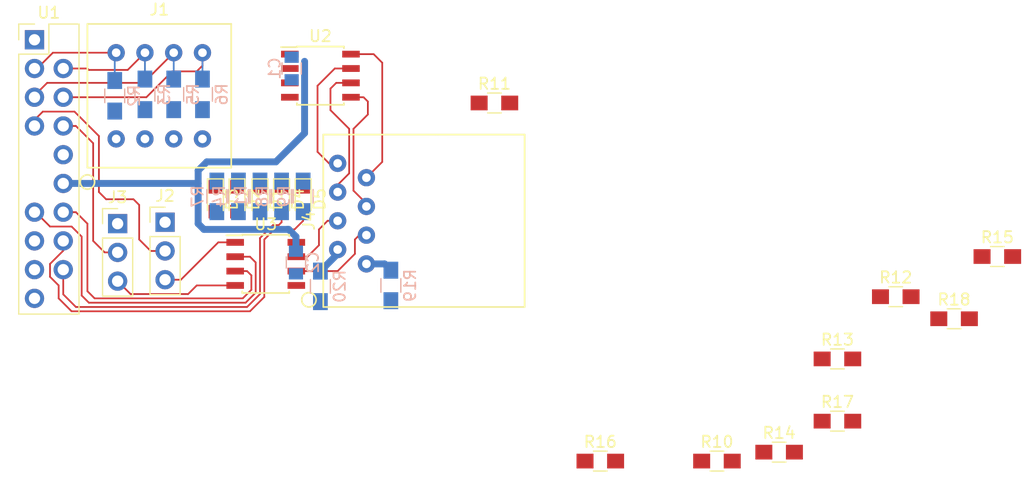
<source format=kicad_pcb>
(kicad_pcb (version 4) (host pcbnew 4.0.6)

  (general
    (links 76)
    (no_connects 51)
    (area 0 0 0 0)
    (thickness 1.6)
    (drawings 0)
    (tracks 137)
    (zones 0)
    (modules 34)
    (nets 33)
  )

  (page A4)
  (layers
    (0 F.Cu signal)
    (31 B.Cu signal)
    (32 B.Adhes user)
    (33 F.Adhes user)
    (34 B.Paste user)
    (35 F.Paste user)
    (36 B.SilkS user)
    (37 F.SilkS user)
    (38 B.Mask user)
    (39 F.Mask user)
    (40 Dwgs.User user)
    (41 Cmts.User user)
    (42 Eco1.User user)
    (43 Eco2.User user)
    (44 Edge.Cuts user)
    (45 Margin user)
    (46 B.CrtYd user)
    (47 F.CrtYd user)
    (48 B.Fab user)
    (49 F.Fab user)
  )

  (setup
    (last_trace_width 0.1524)
    (user_trace_width 0.3048)
    (user_trace_width 0.6096)
    (trace_clearance 0.1524)
    (zone_clearance 0.254)
    (zone_45_only no)
    (trace_min 0.1524)
    (segment_width 0.2)
    (edge_width 0.15)
    (via_size 0.6858)
    (via_drill 0.3302)
    (via_min_size 0.6858)
    (via_min_drill 0.3302)
    (uvia_size 0.3)
    (uvia_drill 0.1)
    (uvias_allowed no)
    (uvia_min_size 0.2)
    (uvia_min_drill 0.1)
    (pcb_text_width 0.3)
    (pcb_text_size 1.5 1.5)
    (mod_edge_width 0.15)
    (mod_text_size 1 1)
    (mod_text_width 0.15)
    (pad_size 1.524 1.524)
    (pad_drill 0.762)
    (pad_to_mask_clearance 0.2)
    (aux_axis_origin 0 0)
    (visible_elements FFFCFF1F)
    (pcbplotparams
      (layerselection 0x00030_80000001)
      (usegerberextensions false)
      (excludeedgelayer true)
      (linewidth 0.100000)
      (plotframeref false)
      (viasonmask false)
      (mode 1)
      (useauxorigin false)
      (hpglpennumber 1)
      (hpglpenspeed 20)
      (hpglpendiameter 15)
      (hpglpenoverlay 2)
      (psnegative false)
      (psa4output false)
      (plotreference true)
      (plotvalue true)
      (plotinvisibletext false)
      (padsonsilk false)
      (subtractmaskfromsilk false)
      (outputformat 1)
      (mirror false)
      (drillshape 1)
      (scaleselection 1)
      (outputdirectory ""))
  )

  (net 0 "")
  (net 1 +5V)
  (net 2 GND)
  (net 3 /RX)
  (net 4 "Net-(D1-Pad1)")
  (net 5 /TX)
  (net 6 "Net-(D2-Pad1)")
  (net 7 "Net-(D3-Pad1)")
  (net 8 "Net-(D4-Pad2)")
  (net 9 "Net-(D4-Pad1)")
  (net 10 "Net-(D5-Pad2)")
  (net 11 "Net-(D5-Pad1)")
  (net 12 /ADDR0)
  (net 13 /ADDR1)
  (net 14 /ADDR2)
  (net 15 /ADDR3)
  (net 16 /RX_FULL)
  (net 17 /RX_HALF)
  (net 18 /TX_FULL)
  (net 19 /TX_HALF)
  (net 20 /B)
  (net 21 /A)
  (net 22 /Z)
  (net 23 /Y)
  (net 24 /B_HALF)
  (net 25 /A_HALF)
  (net 26 "Net-(J4-Pad2)")
  (net 27 "Net-(J4-Pad1)")
  (net 28 /~RX_EN)
  (net 29 /TX_EN)
  (net 30 "Net-(U1-Pad15)")
  (net 31 "Net-(U1-Pad17)")
  (net 32 /3.3V)

  (net_class Default "This is the default net class."
    (clearance 0.1524)
    (trace_width 0.1524)
    (via_dia 0.6858)
    (via_drill 0.3302)
    (uvia_dia 0.3)
    (uvia_drill 0.1)
    (add_net +5V)
    (add_net /3.3V)
    (add_net /A)
    (add_net /ADDR0)
    (add_net /ADDR1)
    (add_net /ADDR2)
    (add_net /ADDR3)
    (add_net /A_HALF)
    (add_net /B)
    (add_net /B_HALF)
    (add_net /RX)
    (add_net /RX_FULL)
    (add_net /RX_HALF)
    (add_net /TX)
    (add_net /TX_EN)
    (add_net /TX_FULL)
    (add_net /TX_HALF)
    (add_net /Y)
    (add_net /Z)
    (add_net /~RX_EN)
    (add_net GND)
    (add_net "Net-(D1-Pad1)")
    (add_net "Net-(D2-Pad1)")
    (add_net "Net-(D3-Pad1)")
    (add_net "Net-(D4-Pad1)")
    (add_net "Net-(D4-Pad2)")
    (add_net "Net-(D5-Pad1)")
    (add_net "Net-(D5-Pad2)")
    (add_net "Net-(J4-Pad1)")
    (add_net "Net-(J4-Pad2)")
    (add_net "Net-(U1-Pad15)")
    (add_net "Net-(U1-Pad17)")
  )

  (module Capacitors_SMD:C_0805 (layer B.Cu) (tedit 58AA8463) (tstamp 592C5805)
    (at 145.796 107.188 270)
    (descr "Capacitor SMD 0805, reflow soldering, AVX (see smccp.pdf)")
    (tags "capacitor 0805")
    (path /592EAC9B)
    (attr smd)
    (fp_text reference C1 (at 0 1.5 270) (layer B.SilkS)
      (effects (font (size 1 1) (thickness 0.15)) (justify mirror))
    )
    (fp_text value .1U (at 0 -1.75 270) (layer B.Fab)
      (effects (font (size 1 1) (thickness 0.15)) (justify mirror))
    )
    (fp_text user %R (at 0 1.5 270) (layer B.Fab)
      (effects (font (size 1 1) (thickness 0.15)) (justify mirror))
    )
    (fp_line (start -1 -0.62) (end -1 0.62) (layer B.Fab) (width 0.1))
    (fp_line (start 1 -0.62) (end -1 -0.62) (layer B.Fab) (width 0.1))
    (fp_line (start 1 0.62) (end 1 -0.62) (layer B.Fab) (width 0.1))
    (fp_line (start -1 0.62) (end 1 0.62) (layer B.Fab) (width 0.1))
    (fp_line (start 0.5 0.85) (end -0.5 0.85) (layer B.SilkS) (width 0.12))
    (fp_line (start -0.5 -0.85) (end 0.5 -0.85) (layer B.SilkS) (width 0.12))
    (fp_line (start -1.75 0.88) (end 1.75 0.88) (layer B.CrtYd) (width 0.05))
    (fp_line (start -1.75 0.88) (end -1.75 -0.87) (layer B.CrtYd) (width 0.05))
    (fp_line (start 1.75 -0.87) (end 1.75 0.88) (layer B.CrtYd) (width 0.05))
    (fp_line (start 1.75 -0.87) (end -1.75 -0.87) (layer B.CrtYd) (width 0.05))
    (pad 1 smd rect (at -1 0 270) (size 1 1.25) (layers B.Cu B.Paste B.Mask)
      (net 1 +5V))
    (pad 2 smd rect (at 1 0 270) (size 1 1.25) (layers B.Cu B.Paste B.Mask)
      (net 2 GND))
    (model Capacitors_SMD.3dshapes/C_0805.wrl
      (at (xyz 0 0 0))
      (scale (xyz 1 1 1))
      (rotate (xyz 0 0 0))
    )
  )

  (module Capacitors_SMD:C_0805 (layer B.Cu) (tedit 58AA8463) (tstamp 592C580B)
    (at 146.177 124.333 90)
    (descr "Capacitor SMD 0805, reflow soldering, AVX (see smccp.pdf)")
    (tags "capacitor 0805")
    (path /592EBB05)
    (attr smd)
    (fp_text reference C2 (at 0 1.5 90) (layer B.SilkS)
      (effects (font (size 1 1) (thickness 0.15)) (justify mirror))
    )
    (fp_text value .1U (at 0 -1.75 90) (layer B.Fab)
      (effects (font (size 1 1) (thickness 0.15)) (justify mirror))
    )
    (fp_text user %R (at 0 1.5 90) (layer B.Fab)
      (effects (font (size 1 1) (thickness 0.15)) (justify mirror))
    )
    (fp_line (start -1 -0.62) (end -1 0.62) (layer B.Fab) (width 0.1))
    (fp_line (start 1 -0.62) (end -1 -0.62) (layer B.Fab) (width 0.1))
    (fp_line (start 1 0.62) (end 1 -0.62) (layer B.Fab) (width 0.1))
    (fp_line (start -1 0.62) (end 1 0.62) (layer B.Fab) (width 0.1))
    (fp_line (start 0.5 0.85) (end -0.5 0.85) (layer B.SilkS) (width 0.12))
    (fp_line (start -0.5 -0.85) (end 0.5 -0.85) (layer B.SilkS) (width 0.12))
    (fp_line (start -1.75 0.88) (end 1.75 0.88) (layer B.CrtYd) (width 0.05))
    (fp_line (start -1.75 0.88) (end -1.75 -0.87) (layer B.CrtYd) (width 0.05))
    (fp_line (start 1.75 -0.87) (end 1.75 0.88) (layer B.CrtYd) (width 0.05))
    (fp_line (start 1.75 -0.87) (end -1.75 -0.87) (layer B.CrtYd) (width 0.05))
    (pad 1 smd rect (at -1 0 90) (size 1 1.25) (layers B.Cu B.Paste B.Mask)
      (net 2 GND))
    (pad 2 smd rect (at 1 0 90) (size 1 1.25) (layers B.Cu B.Paste B.Mask)
      (net 1 +5V))
    (model Capacitors_SMD.3dshapes/C_0805.wrl
      (at (xyz 0 0 0))
      (scale (xyz 1 1 1))
      (rotate (xyz 0 0 0))
    )
  )

  (module LEDs:LED_0805 (layer F.Cu) (tedit 57FE93EC) (tstamp 592C5811)
    (at 143.002 118.745 270)
    (descr "LED 0805 smd package")
    (tags "LED led 0805 SMD smd SMT smt smdled SMDLED smtled SMTLED")
    (path /592BA9B9)
    (attr smd)
    (fp_text reference D1 (at 0 -1.45 270) (layer F.SilkS)
      (effects (font (size 1 1) (thickness 0.15)))
    )
    (fp_text value LED (at 0 1.55 270) (layer F.Fab)
      (effects (font (size 1 1) (thickness 0.15)))
    )
    (fp_line (start -1.8 -0.7) (end -1.8 0.7) (layer F.SilkS) (width 0.12))
    (fp_line (start -0.4 -0.4) (end -0.4 0.4) (layer F.Fab) (width 0.1))
    (fp_line (start -0.4 0) (end 0.2 -0.4) (layer F.Fab) (width 0.1))
    (fp_line (start 0.2 0.4) (end -0.4 0) (layer F.Fab) (width 0.1))
    (fp_line (start 0.2 -0.4) (end 0.2 0.4) (layer F.Fab) (width 0.1))
    (fp_line (start 1 0.6) (end -1 0.6) (layer F.Fab) (width 0.1))
    (fp_line (start 1 -0.6) (end 1 0.6) (layer F.Fab) (width 0.1))
    (fp_line (start -1 -0.6) (end 1 -0.6) (layer F.Fab) (width 0.1))
    (fp_line (start -1 0.6) (end -1 -0.6) (layer F.Fab) (width 0.1))
    (fp_line (start -1.8 0.7) (end 1 0.7) (layer F.SilkS) (width 0.12))
    (fp_line (start -1.8 -0.7) (end 1 -0.7) (layer F.SilkS) (width 0.12))
    (fp_line (start 1.95 -0.85) (end 1.95 0.85) (layer F.CrtYd) (width 0.05))
    (fp_line (start 1.95 0.85) (end -1.95 0.85) (layer F.CrtYd) (width 0.05))
    (fp_line (start -1.95 0.85) (end -1.95 -0.85) (layer F.CrtYd) (width 0.05))
    (fp_line (start -1.95 -0.85) (end 1.95 -0.85) (layer F.CrtYd) (width 0.05))
    (pad 2 smd rect (at 1.1 0 90) (size 1.2 1.2) (layers F.Cu F.Paste F.Mask)
      (net 3 /RX))
    (pad 1 smd rect (at -1.1 0 90) (size 1.2 1.2) (layers F.Cu F.Paste F.Mask)
      (net 4 "Net-(D1-Pad1)"))
    (model LEDs.3dshapes/LED_0805.wrl
      (at (xyz 0 0 0))
      (scale (xyz 1 1 1))
      (rotate (xyz 0 0 180))
    )
  )

  (module LEDs:LED_0805 (layer F.Cu) (tedit 57FE93EC) (tstamp 592C5817)
    (at 140.97 118.745 270)
    (descr "LED 0805 smd package")
    (tags "LED led 0805 SMD smd SMT smt smdled SMDLED smtled SMTLED")
    (path /592BABA7)
    (attr smd)
    (fp_text reference D2 (at 0 -1.45 270) (layer F.SilkS)
      (effects (font (size 1 1) (thickness 0.15)))
    )
    (fp_text value LED (at 0 1.55 270) (layer F.Fab)
      (effects (font (size 1 1) (thickness 0.15)))
    )
    (fp_line (start -1.8 -0.7) (end -1.8 0.7) (layer F.SilkS) (width 0.12))
    (fp_line (start -0.4 -0.4) (end -0.4 0.4) (layer F.Fab) (width 0.1))
    (fp_line (start -0.4 0) (end 0.2 -0.4) (layer F.Fab) (width 0.1))
    (fp_line (start 0.2 0.4) (end -0.4 0) (layer F.Fab) (width 0.1))
    (fp_line (start 0.2 -0.4) (end 0.2 0.4) (layer F.Fab) (width 0.1))
    (fp_line (start 1 0.6) (end -1 0.6) (layer F.Fab) (width 0.1))
    (fp_line (start 1 -0.6) (end 1 0.6) (layer F.Fab) (width 0.1))
    (fp_line (start -1 -0.6) (end 1 -0.6) (layer F.Fab) (width 0.1))
    (fp_line (start -1 0.6) (end -1 -0.6) (layer F.Fab) (width 0.1))
    (fp_line (start -1.8 0.7) (end 1 0.7) (layer F.SilkS) (width 0.12))
    (fp_line (start -1.8 -0.7) (end 1 -0.7) (layer F.SilkS) (width 0.12))
    (fp_line (start 1.95 -0.85) (end 1.95 0.85) (layer F.CrtYd) (width 0.05))
    (fp_line (start 1.95 0.85) (end -1.95 0.85) (layer F.CrtYd) (width 0.05))
    (fp_line (start -1.95 0.85) (end -1.95 -0.85) (layer F.CrtYd) (width 0.05))
    (fp_line (start -1.95 -0.85) (end 1.95 -0.85) (layer F.CrtYd) (width 0.05))
    (pad 2 smd rect (at 1.1 0 90) (size 1.2 1.2) (layers F.Cu F.Paste F.Mask)
      (net 5 /TX))
    (pad 1 smd rect (at -1.1 0 90) (size 1.2 1.2) (layers F.Cu F.Paste F.Mask)
      (net 6 "Net-(D2-Pad1)"))
    (model LEDs.3dshapes/LED_0805.wrl
      (at (xyz 0 0 0))
      (scale (xyz 1 1 1))
      (rotate (xyz 0 0 180))
    )
  )

  (module LEDs:LED_0805 (layer F.Cu) (tedit 57FE93EC) (tstamp 592C581D)
    (at 139.065 118.745 270)
    (descr "LED 0805 smd package")
    (tags "LED led 0805 SMD smd SMT smt smdled SMDLED smtled SMTLED")
    (path /592BA0D5)
    (attr smd)
    (fp_text reference D3 (at 0 -1.45 270) (layer F.SilkS)
      (effects (font (size 1 1) (thickness 0.15)))
    )
    (fp_text value LED (at 0 1.55 270) (layer F.Fab)
      (effects (font (size 1 1) (thickness 0.15)))
    )
    (fp_line (start -1.8 -0.7) (end -1.8 0.7) (layer F.SilkS) (width 0.12))
    (fp_line (start -0.4 -0.4) (end -0.4 0.4) (layer F.Fab) (width 0.1))
    (fp_line (start -0.4 0) (end 0.2 -0.4) (layer F.Fab) (width 0.1))
    (fp_line (start 0.2 0.4) (end -0.4 0) (layer F.Fab) (width 0.1))
    (fp_line (start 0.2 -0.4) (end 0.2 0.4) (layer F.Fab) (width 0.1))
    (fp_line (start 1 0.6) (end -1 0.6) (layer F.Fab) (width 0.1))
    (fp_line (start 1 -0.6) (end 1 0.6) (layer F.Fab) (width 0.1))
    (fp_line (start -1 -0.6) (end 1 -0.6) (layer F.Fab) (width 0.1))
    (fp_line (start -1 0.6) (end -1 -0.6) (layer F.Fab) (width 0.1))
    (fp_line (start -1.8 0.7) (end 1 0.7) (layer F.SilkS) (width 0.12))
    (fp_line (start -1.8 -0.7) (end 1 -0.7) (layer F.SilkS) (width 0.12))
    (fp_line (start 1.95 -0.85) (end 1.95 0.85) (layer F.CrtYd) (width 0.05))
    (fp_line (start 1.95 0.85) (end -1.95 0.85) (layer F.CrtYd) (width 0.05))
    (fp_line (start -1.95 0.85) (end -1.95 -0.85) (layer F.CrtYd) (width 0.05))
    (fp_line (start -1.95 -0.85) (end 1.95 -0.85) (layer F.CrtYd) (width 0.05))
    (pad 2 smd rect (at 1.1 0 90) (size 1.2 1.2) (layers F.Cu F.Paste F.Mask)
      (net 1 +5V))
    (pad 1 smd rect (at -1.1 0 90) (size 1.2 1.2) (layers F.Cu F.Paste F.Mask)
      (net 7 "Net-(D3-Pad1)"))
    (model LEDs.3dshapes/LED_0805.wrl
      (at (xyz 0 0 0))
      (scale (xyz 1 1 1))
      (rotate (xyz 0 0 180))
    )
  )

  (module LEDs:LED_0805 (layer F.Cu) (tedit 57FE93EC) (tstamp 592C5823)
    (at 144.907 118.745 270)
    (descr "LED 0805 smd package")
    (tags "LED led 0805 SMD smd SMT smt smdled SMDLED smtled SMTLED")
    (path /592E6FC9)
    (attr smd)
    (fp_text reference D4 (at 0 -1.45 270) (layer F.SilkS)
      (effects (font (size 1 1) (thickness 0.15)))
    )
    (fp_text value LED (at 0 1.55 270) (layer F.Fab)
      (effects (font (size 1 1) (thickness 0.15)))
    )
    (fp_line (start -1.8 -0.7) (end -1.8 0.7) (layer F.SilkS) (width 0.12))
    (fp_line (start -0.4 -0.4) (end -0.4 0.4) (layer F.Fab) (width 0.1))
    (fp_line (start -0.4 0) (end 0.2 -0.4) (layer F.Fab) (width 0.1))
    (fp_line (start 0.2 0.4) (end -0.4 0) (layer F.Fab) (width 0.1))
    (fp_line (start 0.2 -0.4) (end 0.2 0.4) (layer F.Fab) (width 0.1))
    (fp_line (start 1 0.6) (end -1 0.6) (layer F.Fab) (width 0.1))
    (fp_line (start 1 -0.6) (end 1 0.6) (layer F.Fab) (width 0.1))
    (fp_line (start -1 -0.6) (end 1 -0.6) (layer F.Fab) (width 0.1))
    (fp_line (start -1 0.6) (end -1 -0.6) (layer F.Fab) (width 0.1))
    (fp_line (start -1.8 0.7) (end 1 0.7) (layer F.SilkS) (width 0.12))
    (fp_line (start -1.8 -0.7) (end 1 -0.7) (layer F.SilkS) (width 0.12))
    (fp_line (start 1.95 -0.85) (end 1.95 0.85) (layer F.CrtYd) (width 0.05))
    (fp_line (start 1.95 0.85) (end -1.95 0.85) (layer F.CrtYd) (width 0.05))
    (fp_line (start -1.95 0.85) (end -1.95 -0.85) (layer F.CrtYd) (width 0.05))
    (fp_line (start -1.95 -0.85) (end 1.95 -0.85) (layer F.CrtYd) (width 0.05))
    (pad 2 smd rect (at 1.1 0 90) (size 1.2 1.2) (layers F.Cu F.Paste F.Mask)
      (net 8 "Net-(D4-Pad2)"))
    (pad 1 smd rect (at -1.1 0 90) (size 1.2 1.2) (layers F.Cu F.Paste F.Mask)
      (net 9 "Net-(D4-Pad1)"))
    (model LEDs.3dshapes/LED_0805.wrl
      (at (xyz 0 0 0))
      (scale (xyz 1 1 1))
      (rotate (xyz 0 0 180))
    )
  )

  (module LEDs:LED_0805 (layer F.Cu) (tedit 57FE93EC) (tstamp 592C5829)
    (at 146.812 118.745 270)
    (descr "LED 0805 smd package")
    (tags "LED led 0805 SMD smd SMT smt smdled SMDLED smtled SMTLED")
    (path /592E6FDB)
    (attr smd)
    (fp_text reference D5 (at 0 -1.45 270) (layer F.SilkS)
      (effects (font (size 1 1) (thickness 0.15)))
    )
    (fp_text value LED (at 0 1.55 270) (layer F.Fab)
      (effects (font (size 1 1) (thickness 0.15)))
    )
    (fp_line (start -1.8 -0.7) (end -1.8 0.7) (layer F.SilkS) (width 0.12))
    (fp_line (start -0.4 -0.4) (end -0.4 0.4) (layer F.Fab) (width 0.1))
    (fp_line (start -0.4 0) (end 0.2 -0.4) (layer F.Fab) (width 0.1))
    (fp_line (start 0.2 0.4) (end -0.4 0) (layer F.Fab) (width 0.1))
    (fp_line (start 0.2 -0.4) (end 0.2 0.4) (layer F.Fab) (width 0.1))
    (fp_line (start 1 0.6) (end -1 0.6) (layer F.Fab) (width 0.1))
    (fp_line (start 1 -0.6) (end 1 0.6) (layer F.Fab) (width 0.1))
    (fp_line (start -1 -0.6) (end 1 -0.6) (layer F.Fab) (width 0.1))
    (fp_line (start -1 0.6) (end -1 -0.6) (layer F.Fab) (width 0.1))
    (fp_line (start -1.8 0.7) (end 1 0.7) (layer F.SilkS) (width 0.12))
    (fp_line (start -1.8 -0.7) (end 1 -0.7) (layer F.SilkS) (width 0.12))
    (fp_line (start 1.95 -0.85) (end 1.95 0.85) (layer F.CrtYd) (width 0.05))
    (fp_line (start 1.95 0.85) (end -1.95 0.85) (layer F.CrtYd) (width 0.05))
    (fp_line (start -1.95 0.85) (end -1.95 -0.85) (layer F.CrtYd) (width 0.05))
    (fp_line (start -1.95 -0.85) (end 1.95 -0.85) (layer F.CrtYd) (width 0.05))
    (pad 2 smd rect (at 1.1 0 90) (size 1.2 1.2) (layers F.Cu F.Paste F.Mask)
      (net 10 "Net-(D5-Pad2)"))
    (pad 1 smd rect (at -1.1 0 90) (size 1.2 1.2) (layers F.Cu F.Paste F.Mask)
      (net 11 "Net-(D5-Pad1)"))
    (model LEDs.3dshapes/LED_0805.wrl
      (at (xyz 0 0 0))
      (scale (xyz 1 1 1))
      (rotate (xyz 0 0 180))
    )
  )

  (module ReallySynced:195-4MST (layer F.Cu) (tedit 592C5282) (tstamp 592C583A)
    (at 134.112 109.601)
    (path /592BE89C)
    (fp_text reference J1 (at 0 -7.62) (layer F.SilkS)
      (effects (font (size 1 1) (thickness 0.15)))
    )
    (fp_text value CONN_02X04 (at 0 7.62) (layer F.Fab)
      (effects (font (size 1 1) (thickness 0.15)))
    )
    (fp_circle (center -6.35 7.62) (end -6.35 8.255) (layer F.SilkS) (width 0.15))
    (fp_line (start -6.35 6.35) (end -6.35 -6.35) (layer F.SilkS) (width 0.15))
    (fp_line (start -6.35 -6.35) (end 6.35 -6.35) (layer F.SilkS) (width 0.15))
    (fp_line (start 6.35 -6.35) (end 6.35 6.35) (layer F.SilkS) (width 0.15))
    (fp_line (start 6.35 6.35) (end -6.35 6.35) (layer F.SilkS) (width 0.15))
    (pad 1 thru_hole circle (at -3.81 3.81) (size 1.524 1.524) (drill 0.762) (layers *.Cu *.Mask)
      (net 2 GND))
    (pad 2 thru_hole circle (at -3.81 -3.81) (size 1.524 1.524) (drill 0.762) (layers *.Cu *.Mask)
      (net 12 /ADDR0))
    (pad 3 thru_hole circle (at -1.27 3.81) (size 1.524 1.524) (drill 0.762) (layers *.Cu *.Mask)
      (net 2 GND))
    (pad 4 thru_hole circle (at -1.27 -3.81) (size 1.524 1.524) (drill 0.762) (layers *.Cu *.Mask)
      (net 13 /ADDR1))
    (pad 5 thru_hole circle (at 1.27 3.81) (size 1.524 1.524) (drill 0.762) (layers *.Cu *.Mask)
      (net 2 GND))
    (pad 6 thru_hole circle (at 1.27 -3.81) (size 1.524 1.524) (drill 0.762) (layers *.Cu *.Mask)
      (net 14 /ADDR2))
    (pad 7 thru_hole circle (at 3.81 3.81) (size 1.524 1.524) (drill 0.762) (layers *.Cu *.Mask)
      (net 2 GND))
    (pad 8 thru_hole circle (at 3.81 -3.81) (size 1.524 1.524) (drill 0.762) (layers *.Cu *.Mask)
      (net 15 /ADDR3))
  )

  (module Pin_Headers:Pin_Header_Straight_1x03_Pitch2.54mm (layer F.Cu) (tedit 58CD4EC1) (tstamp 592C5841)
    (at 134.62 120.777)
    (descr "Through hole straight pin header, 1x03, 2.54mm pitch, single row")
    (tags "Through hole pin header THT 1x03 2.54mm single row")
    (path /592D0693)
    (fp_text reference J2 (at 0 -2.33) (layer F.SilkS)
      (effects (font (size 1 1) (thickness 0.15)))
    )
    (fp_text value CONN_01X03 (at 0 7.41) (layer F.Fab)
      (effects (font (size 1 1) (thickness 0.15)))
    )
    (fp_line (start -1.27 -1.27) (end -1.27 6.35) (layer F.Fab) (width 0.1))
    (fp_line (start -1.27 6.35) (end 1.27 6.35) (layer F.Fab) (width 0.1))
    (fp_line (start 1.27 6.35) (end 1.27 -1.27) (layer F.Fab) (width 0.1))
    (fp_line (start 1.27 -1.27) (end -1.27 -1.27) (layer F.Fab) (width 0.1))
    (fp_line (start -1.33 1.27) (end -1.33 6.41) (layer F.SilkS) (width 0.12))
    (fp_line (start -1.33 6.41) (end 1.33 6.41) (layer F.SilkS) (width 0.12))
    (fp_line (start 1.33 6.41) (end 1.33 1.27) (layer F.SilkS) (width 0.12))
    (fp_line (start 1.33 1.27) (end -1.33 1.27) (layer F.SilkS) (width 0.12))
    (fp_line (start -1.33 0) (end -1.33 -1.33) (layer F.SilkS) (width 0.12))
    (fp_line (start -1.33 -1.33) (end 0 -1.33) (layer F.SilkS) (width 0.12))
    (fp_line (start -1.8 -1.8) (end -1.8 6.85) (layer F.CrtYd) (width 0.05))
    (fp_line (start -1.8 6.85) (end 1.8 6.85) (layer F.CrtYd) (width 0.05))
    (fp_line (start 1.8 6.85) (end 1.8 -1.8) (layer F.CrtYd) (width 0.05))
    (fp_line (start 1.8 -1.8) (end -1.8 -1.8) (layer F.CrtYd) (width 0.05))
    (fp_text user %R (at 0 -2.33) (layer F.Fab)
      (effects (font (size 1 1) (thickness 0.15)))
    )
    (pad 1 thru_hole rect (at 0 0) (size 1.7 1.7) (drill 1) (layers *.Cu *.Mask)
      (net 16 /RX_FULL))
    (pad 2 thru_hole oval (at 0 2.54) (size 1.7 1.7) (drill 1) (layers *.Cu *.Mask)
      (net 3 /RX))
    (pad 3 thru_hole oval (at 0 5.08) (size 1.7 1.7) (drill 1) (layers *.Cu *.Mask)
      (net 17 /RX_HALF))
    (model ${KISYS3DMOD}/Pin_Headers.3dshapes/Pin_Header_Straight_1x03_Pitch2.54mm.wrl
      (at (xyz 0 -0.1 0))
      (scale (xyz 1 1 1))
      (rotate (xyz 0 0 90))
    )
  )

  (module Pin_Headers:Pin_Header_Straight_1x03_Pitch2.54mm (layer F.Cu) (tedit 58CD4EC1) (tstamp 592C5848)
    (at 130.429 120.904)
    (descr "Through hole straight pin header, 1x03, 2.54mm pitch, single row")
    (tags "Through hole pin header THT 1x03 2.54mm single row")
    (path /592CFD2A)
    (fp_text reference J3 (at 0 -2.33) (layer F.SilkS)
      (effects (font (size 1 1) (thickness 0.15)))
    )
    (fp_text value CONN_01X03 (at 0 7.41) (layer F.Fab)
      (effects (font (size 1 1) (thickness 0.15)))
    )
    (fp_line (start -1.27 -1.27) (end -1.27 6.35) (layer F.Fab) (width 0.1))
    (fp_line (start -1.27 6.35) (end 1.27 6.35) (layer F.Fab) (width 0.1))
    (fp_line (start 1.27 6.35) (end 1.27 -1.27) (layer F.Fab) (width 0.1))
    (fp_line (start 1.27 -1.27) (end -1.27 -1.27) (layer F.Fab) (width 0.1))
    (fp_line (start -1.33 1.27) (end -1.33 6.41) (layer F.SilkS) (width 0.12))
    (fp_line (start -1.33 6.41) (end 1.33 6.41) (layer F.SilkS) (width 0.12))
    (fp_line (start 1.33 6.41) (end 1.33 1.27) (layer F.SilkS) (width 0.12))
    (fp_line (start 1.33 1.27) (end -1.33 1.27) (layer F.SilkS) (width 0.12))
    (fp_line (start -1.33 0) (end -1.33 -1.33) (layer F.SilkS) (width 0.12))
    (fp_line (start -1.33 -1.33) (end 0 -1.33) (layer F.SilkS) (width 0.12))
    (fp_line (start -1.8 -1.8) (end -1.8 6.85) (layer F.CrtYd) (width 0.05))
    (fp_line (start -1.8 6.85) (end 1.8 6.85) (layer F.CrtYd) (width 0.05))
    (fp_line (start 1.8 6.85) (end 1.8 -1.8) (layer F.CrtYd) (width 0.05))
    (fp_line (start 1.8 -1.8) (end -1.8 -1.8) (layer F.CrtYd) (width 0.05))
    (fp_text user %R (at 0 -2.33) (layer F.Fab)
      (effects (font (size 1 1) (thickness 0.15)))
    )
    (pad 1 thru_hole rect (at 0 0) (size 1.7 1.7) (drill 1) (layers *.Cu *.Mask)
      (net 18 /TX_FULL))
    (pad 2 thru_hole oval (at 0 2.54) (size 1.7 1.7) (drill 1) (layers *.Cu *.Mask)
      (net 5 /TX))
    (pad 3 thru_hole oval (at 0 5.08) (size 1.7 1.7) (drill 1) (layers *.Cu *.Mask)
      (net 19 /TX_HALF))
    (model ${KISYS3DMOD}/Pin_Headers.3dshapes/Pin_Header_Straight_1x03_Pitch2.54mm.wrl
      (at (xyz 0 -0.1 0))
      (scale (xyz 1 1 1))
      (rotate (xyz 0 0 90))
    )
  )

  (module ReallySynced:54602-908LF (layer F.Cu) (tedit 592C5602) (tstamp 592C585B)
    (at 151.13 120.65 90)
    (path /592C22CF)
    (fp_text reference J4 (at 0 -3.81 90) (layer F.SilkS)
      (effects (font (size 1 1) (thickness 0.15)))
    )
    (fp_text value CONN_02X04 (at 0 13.97 90) (layer F.Fab)
      (effects (font (size 1 1) (thickness 0.15)))
    )
    (fp_circle (center -6.985 -3.81) (end -6.985 -3.175) (layer F.SilkS) (width 0.15))
    (fp_line (start -7.62 15.24) (end 7.62 15.24) (layer F.SilkS) (width 0.15))
    (fp_line (start 7.62 15.24) (end 7.62 -2.54) (layer F.SilkS) (width 0.15))
    (fp_line (start 7.62 -2.54) (end -7.62 -2.54) (layer F.SilkS) (width 0.15))
    (fp_line (start -7.62 15.24) (end -7.62 -2.54) (layer F.SilkS) (width 0.15))
    (pad "" np_thru_hole circle (at 5.715 7.62 90) (size 3.2 3.2) (drill 3.2) (layers *.Cu *.Mask))
    (pad 8 thru_hole circle (at 5.08 -1.27 90) (size 1.524 1.524) (drill 0.762) (layers *.Cu *.Mask)
      (net 20 /B))
    (pad 7 thru_hole circle (at 3.81 1.27 90) (size 1.524 1.524) (drill 0.762) (layers *.Cu *.Mask)
      (net 21 /A))
    (pad 6 thru_hole circle (at 2.54 -1.27 90) (size 1.524 1.524) (drill 0.762) (layers *.Cu *.Mask)
      (net 22 /Z))
    (pad 5 thru_hole circle (at 1.27 1.27 90) (size 1.524 1.524) (drill 0.762) (layers *.Cu *.Mask)
      (net 23 /Y))
    (pad 4 thru_hole circle (at 0 -1.27 90) (size 1.524 1.524) (drill 0.762) (layers *.Cu *.Mask)
      (net 24 /B_HALF))
    (pad 3 thru_hole circle (at -1.27 1.27 90) (size 1.524 1.524) (drill 0.762) (layers *.Cu *.Mask)
      (net 25 /A_HALF))
    (pad 2 thru_hole circle (at -2.54 -1.27 90) (size 1.524 1.524) (drill 0.762) (layers *.Cu *.Mask)
      (net 26 "Net-(J4-Pad2)"))
    (pad 1 thru_hole circle (at -3.81 1.27 90) (size 1.524 1.524) (drill 0.762) (layers *.Cu *.Mask)
      (net 27 "Net-(J4-Pad1)"))
    (pad "" np_thru_hole circle (at -5.715 7.62 90) (size 3.2 3.2) (drill 3.2) (layers *.Cu *.Mask))
  )

  (module Resistors_SMD:R_0805_HandSoldering (layer B.Cu) (tedit 58E0A804) (tstamp 592C5861)
    (at 143.002 118.491 270)
    (descr "Resistor SMD 0805, hand soldering")
    (tags "resistor 0805")
    (path /592BA9BF)
    (attr smd)
    (fp_text reference R1 (at 0 1.7 270) (layer B.SilkS)
      (effects (font (size 1 1) (thickness 0.15)) (justify mirror))
    )
    (fp_text value 220 (at 0 -1.75 270) (layer B.Fab)
      (effects (font (size 1 1) (thickness 0.15)) (justify mirror))
    )
    (fp_text user %R (at 0 0 270) (layer B.Fab)
      (effects (font (size 0.5 0.5) (thickness 0.075)) (justify mirror))
    )
    (fp_line (start -1 -0.62) (end -1 0.62) (layer B.Fab) (width 0.1))
    (fp_line (start 1 -0.62) (end -1 -0.62) (layer B.Fab) (width 0.1))
    (fp_line (start 1 0.62) (end 1 -0.62) (layer B.Fab) (width 0.1))
    (fp_line (start -1 0.62) (end 1 0.62) (layer B.Fab) (width 0.1))
    (fp_line (start 0.6 -0.88) (end -0.6 -0.88) (layer B.SilkS) (width 0.12))
    (fp_line (start -0.6 0.88) (end 0.6 0.88) (layer B.SilkS) (width 0.12))
    (fp_line (start -2.35 0.9) (end 2.35 0.9) (layer B.CrtYd) (width 0.05))
    (fp_line (start -2.35 0.9) (end -2.35 -0.9) (layer B.CrtYd) (width 0.05))
    (fp_line (start 2.35 -0.9) (end 2.35 0.9) (layer B.CrtYd) (width 0.05))
    (fp_line (start 2.35 -0.9) (end -2.35 -0.9) (layer B.CrtYd) (width 0.05))
    (pad 1 smd rect (at -1.35 0 270) (size 1.5 1.3) (layers B.Cu B.Paste B.Mask)
      (net 4 "Net-(D1-Pad1)"))
    (pad 2 smd rect (at 1.35 0 270) (size 1.5 1.3) (layers B.Cu B.Paste B.Mask)
      (net 2 GND))
    (model ${KISYS3DMOD}/Resistors_SMD.3dshapes/R_0805.wrl
      (at (xyz 0 0 0))
      (scale (xyz 1 1 1))
      (rotate (xyz 0 0 0))
    )
  )

  (module Resistors_SMD:R_0805_HandSoldering (layer B.Cu) (tedit 58E0A804) (tstamp 592C5867)
    (at 130.175 109.601 90)
    (descr "Resistor SMD 0805, hand soldering")
    (tags "resistor 0805")
    (path /592BF77A)
    (attr smd)
    (fp_text reference R2 (at 0 1.7 90) (layer B.SilkS)
      (effects (font (size 1 1) (thickness 0.15)) (justify mirror))
    )
    (fp_text value 5K (at 0 -1.75 90) (layer B.Fab)
      (effects (font (size 1 1) (thickness 0.15)) (justify mirror))
    )
    (fp_text user %R (at 0 0 90) (layer B.Fab)
      (effects (font (size 0.5 0.5) (thickness 0.075)) (justify mirror))
    )
    (fp_line (start -1 -0.62) (end -1 0.62) (layer B.Fab) (width 0.1))
    (fp_line (start 1 -0.62) (end -1 -0.62) (layer B.Fab) (width 0.1))
    (fp_line (start 1 0.62) (end 1 -0.62) (layer B.Fab) (width 0.1))
    (fp_line (start -1 0.62) (end 1 0.62) (layer B.Fab) (width 0.1))
    (fp_line (start 0.6 -0.88) (end -0.6 -0.88) (layer B.SilkS) (width 0.12))
    (fp_line (start -0.6 0.88) (end 0.6 0.88) (layer B.SilkS) (width 0.12))
    (fp_line (start -2.35 0.9) (end 2.35 0.9) (layer B.CrtYd) (width 0.05))
    (fp_line (start -2.35 0.9) (end -2.35 -0.9) (layer B.CrtYd) (width 0.05))
    (fp_line (start 2.35 -0.9) (end 2.35 0.9) (layer B.CrtYd) (width 0.05))
    (fp_line (start 2.35 -0.9) (end -2.35 -0.9) (layer B.CrtYd) (width 0.05))
    (pad 1 smd rect (at -1.35 0 90) (size 1.5 1.3) (layers B.Cu B.Paste B.Mask)
      (net 32 /3.3V))
    (pad 2 smd rect (at 1.35 0 90) (size 1.5 1.3) (layers B.Cu B.Paste B.Mask)
      (net 12 /ADDR0))
    (model ${KISYS3DMOD}/Resistors_SMD.3dshapes/R_0805.wrl
      (at (xyz 0 0 0))
      (scale (xyz 1 1 1))
      (rotate (xyz 0 0 0))
    )
  )

  (module Resistors_SMD:R_0805_HandSoldering (layer B.Cu) (tedit 58E0A804) (tstamp 592C586D)
    (at 132.842 109.474 90)
    (descr "Resistor SMD 0805, hand soldering")
    (tags "resistor 0805")
    (path /592BEDC1)
    (attr smd)
    (fp_text reference R3 (at 0 1.7 90) (layer B.SilkS)
      (effects (font (size 1 1) (thickness 0.15)) (justify mirror))
    )
    (fp_text value 5K (at 0 -1.75 90) (layer B.Fab)
      (effects (font (size 1 1) (thickness 0.15)) (justify mirror))
    )
    (fp_text user %R (at 0 0 90) (layer B.Fab)
      (effects (font (size 0.5 0.5) (thickness 0.075)) (justify mirror))
    )
    (fp_line (start -1 -0.62) (end -1 0.62) (layer B.Fab) (width 0.1))
    (fp_line (start 1 -0.62) (end -1 -0.62) (layer B.Fab) (width 0.1))
    (fp_line (start 1 0.62) (end 1 -0.62) (layer B.Fab) (width 0.1))
    (fp_line (start -1 0.62) (end 1 0.62) (layer B.Fab) (width 0.1))
    (fp_line (start 0.6 -0.88) (end -0.6 -0.88) (layer B.SilkS) (width 0.12))
    (fp_line (start -0.6 0.88) (end 0.6 0.88) (layer B.SilkS) (width 0.12))
    (fp_line (start -2.35 0.9) (end 2.35 0.9) (layer B.CrtYd) (width 0.05))
    (fp_line (start -2.35 0.9) (end -2.35 -0.9) (layer B.CrtYd) (width 0.05))
    (fp_line (start 2.35 -0.9) (end 2.35 0.9) (layer B.CrtYd) (width 0.05))
    (fp_line (start 2.35 -0.9) (end -2.35 -0.9) (layer B.CrtYd) (width 0.05))
    (pad 1 smd rect (at -1.35 0 90) (size 1.5 1.3) (layers B.Cu B.Paste B.Mask)
      (net 32 /3.3V))
    (pad 2 smd rect (at 1.35 0 90) (size 1.5 1.3) (layers B.Cu B.Paste B.Mask)
      (net 13 /ADDR1))
    (model ${KISYS3DMOD}/Resistors_SMD.3dshapes/R_0805.wrl
      (at (xyz 0 0 0))
      (scale (xyz 1 1 1))
      (rotate (xyz 0 0 0))
    )
  )

  (module Resistors_SMD:R_0805_HandSoldering (layer B.Cu) (tedit 58E0A804) (tstamp 592C5873)
    (at 141.097 118.491 270)
    (descr "Resistor SMD 0805, hand soldering")
    (tags "resistor 0805")
    (path /592BABAD)
    (attr smd)
    (fp_text reference R4 (at 0 1.7 270) (layer B.SilkS)
      (effects (font (size 1 1) (thickness 0.15)) (justify mirror))
    )
    (fp_text value 220 (at 0 -1.75 270) (layer B.Fab)
      (effects (font (size 1 1) (thickness 0.15)) (justify mirror))
    )
    (fp_text user %R (at 0 0 270) (layer B.Fab)
      (effects (font (size 0.5 0.5) (thickness 0.075)) (justify mirror))
    )
    (fp_line (start -1 -0.62) (end -1 0.62) (layer B.Fab) (width 0.1))
    (fp_line (start 1 -0.62) (end -1 -0.62) (layer B.Fab) (width 0.1))
    (fp_line (start 1 0.62) (end 1 -0.62) (layer B.Fab) (width 0.1))
    (fp_line (start -1 0.62) (end 1 0.62) (layer B.Fab) (width 0.1))
    (fp_line (start 0.6 -0.88) (end -0.6 -0.88) (layer B.SilkS) (width 0.12))
    (fp_line (start -0.6 0.88) (end 0.6 0.88) (layer B.SilkS) (width 0.12))
    (fp_line (start -2.35 0.9) (end 2.35 0.9) (layer B.CrtYd) (width 0.05))
    (fp_line (start -2.35 0.9) (end -2.35 -0.9) (layer B.CrtYd) (width 0.05))
    (fp_line (start 2.35 -0.9) (end 2.35 0.9) (layer B.CrtYd) (width 0.05))
    (fp_line (start 2.35 -0.9) (end -2.35 -0.9) (layer B.CrtYd) (width 0.05))
    (pad 1 smd rect (at -1.35 0 270) (size 1.5 1.3) (layers B.Cu B.Paste B.Mask)
      (net 6 "Net-(D2-Pad1)"))
    (pad 2 smd rect (at 1.35 0 270) (size 1.5 1.3) (layers B.Cu B.Paste B.Mask)
      (net 2 GND))
    (model ${KISYS3DMOD}/Resistors_SMD.3dshapes/R_0805.wrl
      (at (xyz 0 0 0))
      (scale (xyz 1 1 1))
      (rotate (xyz 0 0 0))
    )
  )

  (module Resistors_SMD:R_0805_HandSoldering (layer B.Cu) (tedit 58E0A804) (tstamp 592C5879)
    (at 135.382 109.474 90)
    (descr "Resistor SMD 0805, hand soldering")
    (tags "resistor 0805")
    (path /592BF9A5)
    (attr smd)
    (fp_text reference R5 (at 0 1.7 90) (layer B.SilkS)
      (effects (font (size 1 1) (thickness 0.15)) (justify mirror))
    )
    (fp_text value 5K (at 0 -1.75 90) (layer B.Fab)
      (effects (font (size 1 1) (thickness 0.15)) (justify mirror))
    )
    (fp_text user %R (at 0 0 90) (layer B.Fab)
      (effects (font (size 0.5 0.5) (thickness 0.075)) (justify mirror))
    )
    (fp_line (start -1 -0.62) (end -1 0.62) (layer B.Fab) (width 0.1))
    (fp_line (start 1 -0.62) (end -1 -0.62) (layer B.Fab) (width 0.1))
    (fp_line (start 1 0.62) (end 1 -0.62) (layer B.Fab) (width 0.1))
    (fp_line (start -1 0.62) (end 1 0.62) (layer B.Fab) (width 0.1))
    (fp_line (start 0.6 -0.88) (end -0.6 -0.88) (layer B.SilkS) (width 0.12))
    (fp_line (start -0.6 0.88) (end 0.6 0.88) (layer B.SilkS) (width 0.12))
    (fp_line (start -2.35 0.9) (end 2.35 0.9) (layer B.CrtYd) (width 0.05))
    (fp_line (start -2.35 0.9) (end -2.35 -0.9) (layer B.CrtYd) (width 0.05))
    (fp_line (start 2.35 -0.9) (end 2.35 0.9) (layer B.CrtYd) (width 0.05))
    (fp_line (start 2.35 -0.9) (end -2.35 -0.9) (layer B.CrtYd) (width 0.05))
    (pad 1 smd rect (at -1.35 0 90) (size 1.5 1.3) (layers B.Cu B.Paste B.Mask)
      (net 32 /3.3V))
    (pad 2 smd rect (at 1.35 0 90) (size 1.5 1.3) (layers B.Cu B.Paste B.Mask)
      (net 14 /ADDR2))
    (model ${KISYS3DMOD}/Resistors_SMD.3dshapes/R_0805.wrl
      (at (xyz 0 0 0))
      (scale (xyz 1 1 1))
      (rotate (xyz 0 0 0))
    )
  )

  (module Resistors_SMD:R_0805_HandSoldering (layer B.Cu) (tedit 58E0A804) (tstamp 592C587F)
    (at 137.922 109.474 90)
    (descr "Resistor SMD 0805, hand soldering")
    (tags "resistor 0805")
    (path /592BF9F5)
    (attr smd)
    (fp_text reference R6 (at 0 1.7 90) (layer B.SilkS)
      (effects (font (size 1 1) (thickness 0.15)) (justify mirror))
    )
    (fp_text value 5K (at 0 -1.75 90) (layer B.Fab)
      (effects (font (size 1 1) (thickness 0.15)) (justify mirror))
    )
    (fp_text user %R (at 0 0 90) (layer B.Fab)
      (effects (font (size 0.5 0.5) (thickness 0.075)) (justify mirror))
    )
    (fp_line (start -1 -0.62) (end -1 0.62) (layer B.Fab) (width 0.1))
    (fp_line (start 1 -0.62) (end -1 -0.62) (layer B.Fab) (width 0.1))
    (fp_line (start 1 0.62) (end 1 -0.62) (layer B.Fab) (width 0.1))
    (fp_line (start -1 0.62) (end 1 0.62) (layer B.Fab) (width 0.1))
    (fp_line (start 0.6 -0.88) (end -0.6 -0.88) (layer B.SilkS) (width 0.12))
    (fp_line (start -0.6 0.88) (end 0.6 0.88) (layer B.SilkS) (width 0.12))
    (fp_line (start -2.35 0.9) (end 2.35 0.9) (layer B.CrtYd) (width 0.05))
    (fp_line (start -2.35 0.9) (end -2.35 -0.9) (layer B.CrtYd) (width 0.05))
    (fp_line (start 2.35 -0.9) (end 2.35 0.9) (layer B.CrtYd) (width 0.05))
    (fp_line (start 2.35 -0.9) (end -2.35 -0.9) (layer B.CrtYd) (width 0.05))
    (pad 1 smd rect (at -1.35 0 90) (size 1.5 1.3) (layers B.Cu B.Paste B.Mask)
      (net 32 /3.3V))
    (pad 2 smd rect (at 1.35 0 90) (size 1.5 1.3) (layers B.Cu B.Paste B.Mask)
      (net 15 /ADDR3))
    (model ${KISYS3DMOD}/Resistors_SMD.3dshapes/R_0805.wrl
      (at (xyz 0 0 0))
      (scale (xyz 1 1 1))
      (rotate (xyz 0 0 0))
    )
  )

  (module Resistors_SMD:R_0805_HandSoldering (layer B.Cu) (tedit 58E0A804) (tstamp 592C5885)
    (at 139.192 118.491 270)
    (descr "Resistor SMD 0805, hand soldering")
    (tags "resistor 0805")
    (path /592BA21D)
    (attr smd)
    (fp_text reference R7 (at 0 1.7 270) (layer B.SilkS)
      (effects (font (size 1 1) (thickness 0.15)) (justify mirror))
    )
    (fp_text value 220 (at 0 -1.75 270) (layer B.Fab)
      (effects (font (size 1 1) (thickness 0.15)) (justify mirror))
    )
    (fp_text user %R (at 0 0 270) (layer B.Fab)
      (effects (font (size 0.5 0.5) (thickness 0.075)) (justify mirror))
    )
    (fp_line (start -1 -0.62) (end -1 0.62) (layer B.Fab) (width 0.1))
    (fp_line (start 1 -0.62) (end -1 -0.62) (layer B.Fab) (width 0.1))
    (fp_line (start 1 0.62) (end 1 -0.62) (layer B.Fab) (width 0.1))
    (fp_line (start -1 0.62) (end 1 0.62) (layer B.Fab) (width 0.1))
    (fp_line (start 0.6 -0.88) (end -0.6 -0.88) (layer B.SilkS) (width 0.12))
    (fp_line (start -0.6 0.88) (end 0.6 0.88) (layer B.SilkS) (width 0.12))
    (fp_line (start -2.35 0.9) (end 2.35 0.9) (layer B.CrtYd) (width 0.05))
    (fp_line (start -2.35 0.9) (end -2.35 -0.9) (layer B.CrtYd) (width 0.05))
    (fp_line (start 2.35 -0.9) (end 2.35 0.9) (layer B.CrtYd) (width 0.05))
    (fp_line (start 2.35 -0.9) (end -2.35 -0.9) (layer B.CrtYd) (width 0.05))
    (pad 1 smd rect (at -1.35 0 270) (size 1.5 1.3) (layers B.Cu B.Paste B.Mask)
      (net 7 "Net-(D3-Pad1)"))
    (pad 2 smd rect (at 1.35 0 270) (size 1.5 1.3) (layers B.Cu B.Paste B.Mask)
      (net 2 GND))
    (model ${KISYS3DMOD}/Resistors_SMD.3dshapes/R_0805.wrl
      (at (xyz 0 0 0))
      (scale (xyz 1 1 1))
      (rotate (xyz 0 0 0))
    )
  )

  (module Resistors_SMD:R_0805_HandSoldering (layer B.Cu) (tedit 58E0A804) (tstamp 592C588B)
    (at 144.907 118.491 270)
    (descr "Resistor SMD 0805, hand soldering")
    (tags "resistor 0805")
    (path /592E6FCF)
    (attr smd)
    (fp_text reference R8 (at 0 1.7 270) (layer B.SilkS)
      (effects (font (size 1 1) (thickness 0.15)) (justify mirror))
    )
    (fp_text value 220 (at 0 -1.75 270) (layer B.Fab)
      (effects (font (size 1 1) (thickness 0.15)) (justify mirror))
    )
    (fp_text user %R (at 0 0 270) (layer B.Fab)
      (effects (font (size 0.5 0.5) (thickness 0.075)) (justify mirror))
    )
    (fp_line (start -1 -0.62) (end -1 0.62) (layer B.Fab) (width 0.1))
    (fp_line (start 1 -0.62) (end -1 -0.62) (layer B.Fab) (width 0.1))
    (fp_line (start 1 0.62) (end 1 -0.62) (layer B.Fab) (width 0.1))
    (fp_line (start -1 0.62) (end 1 0.62) (layer B.Fab) (width 0.1))
    (fp_line (start 0.6 -0.88) (end -0.6 -0.88) (layer B.SilkS) (width 0.12))
    (fp_line (start -0.6 0.88) (end 0.6 0.88) (layer B.SilkS) (width 0.12))
    (fp_line (start -2.35 0.9) (end 2.35 0.9) (layer B.CrtYd) (width 0.05))
    (fp_line (start -2.35 0.9) (end -2.35 -0.9) (layer B.CrtYd) (width 0.05))
    (fp_line (start 2.35 -0.9) (end 2.35 0.9) (layer B.CrtYd) (width 0.05))
    (fp_line (start 2.35 -0.9) (end -2.35 -0.9) (layer B.CrtYd) (width 0.05))
    (pad 1 smd rect (at -1.35 0 270) (size 1.5 1.3) (layers B.Cu B.Paste B.Mask)
      (net 9 "Net-(D4-Pad1)"))
    (pad 2 smd rect (at 1.35 0 270) (size 1.5 1.3) (layers B.Cu B.Paste B.Mask)
      (net 2 GND))
    (model ${KISYS3DMOD}/Resistors_SMD.3dshapes/R_0805.wrl
      (at (xyz 0 0 0))
      (scale (xyz 1 1 1))
      (rotate (xyz 0 0 0))
    )
  )

  (module Resistors_SMD:R_0805_HandSoldering (layer B.Cu) (tedit 58E0A804) (tstamp 592C5891)
    (at 146.812 118.491 270)
    (descr "Resistor SMD 0805, hand soldering")
    (tags "resistor 0805")
    (path /592E6FE1)
    (attr smd)
    (fp_text reference R9 (at 0 1.7 270) (layer B.SilkS)
      (effects (font (size 1 1) (thickness 0.15)) (justify mirror))
    )
    (fp_text value 220 (at 0 -1.75 270) (layer B.Fab)
      (effects (font (size 1 1) (thickness 0.15)) (justify mirror))
    )
    (fp_text user %R (at 0 0 270) (layer B.Fab)
      (effects (font (size 0.5 0.5) (thickness 0.075)) (justify mirror))
    )
    (fp_line (start -1 -0.62) (end -1 0.62) (layer B.Fab) (width 0.1))
    (fp_line (start 1 -0.62) (end -1 -0.62) (layer B.Fab) (width 0.1))
    (fp_line (start 1 0.62) (end 1 -0.62) (layer B.Fab) (width 0.1))
    (fp_line (start -1 0.62) (end 1 0.62) (layer B.Fab) (width 0.1))
    (fp_line (start 0.6 -0.88) (end -0.6 -0.88) (layer B.SilkS) (width 0.12))
    (fp_line (start -0.6 0.88) (end 0.6 0.88) (layer B.SilkS) (width 0.12))
    (fp_line (start -2.35 0.9) (end 2.35 0.9) (layer B.CrtYd) (width 0.05))
    (fp_line (start -2.35 0.9) (end -2.35 -0.9) (layer B.CrtYd) (width 0.05))
    (fp_line (start 2.35 -0.9) (end 2.35 0.9) (layer B.CrtYd) (width 0.05))
    (fp_line (start 2.35 -0.9) (end -2.35 -0.9) (layer B.CrtYd) (width 0.05))
    (pad 1 smd rect (at -1.35 0 270) (size 1.5 1.3) (layers B.Cu B.Paste B.Mask)
      (net 11 "Net-(D5-Pad1)"))
    (pad 2 smd rect (at 1.35 0 270) (size 1.5 1.3) (layers B.Cu B.Paste B.Mask)
      (net 2 GND))
    (model ${KISYS3DMOD}/Resistors_SMD.3dshapes/R_0805.wrl
      (at (xyz 0 0 0))
      (scale (xyz 1 1 1))
      (rotate (xyz 0 0 0))
    )
  )

  (module Resistors_SMD:R_0805_HandSoldering (layer F.Cu) (tedit 58E0A804) (tstamp 592C5897)
    (at 183.353001 141.8894)
    (descr "Resistor SMD 0805, hand soldering")
    (tags "resistor 0805")
    (path /592DA3F8)
    (attr smd)
    (fp_text reference R10 (at 0 -1.7) (layer F.SilkS)
      (effects (font (size 1 1) (thickness 0.15)))
    )
    (fp_text value 120 (at 0 1.75) (layer F.Fab)
      (effects (font (size 1 1) (thickness 0.15)))
    )
    (fp_text user %R (at 0 0) (layer F.Fab)
      (effects (font (size 0.5 0.5) (thickness 0.075)))
    )
    (fp_line (start -1 0.62) (end -1 -0.62) (layer F.Fab) (width 0.1))
    (fp_line (start 1 0.62) (end -1 0.62) (layer F.Fab) (width 0.1))
    (fp_line (start 1 -0.62) (end 1 0.62) (layer F.Fab) (width 0.1))
    (fp_line (start -1 -0.62) (end 1 -0.62) (layer F.Fab) (width 0.1))
    (fp_line (start 0.6 0.88) (end -0.6 0.88) (layer F.SilkS) (width 0.12))
    (fp_line (start -0.6 -0.88) (end 0.6 -0.88) (layer F.SilkS) (width 0.12))
    (fp_line (start -2.35 -0.9) (end 2.35 -0.9) (layer F.CrtYd) (width 0.05))
    (fp_line (start -2.35 -0.9) (end -2.35 0.9) (layer F.CrtYd) (width 0.05))
    (fp_line (start 2.35 0.9) (end 2.35 -0.9) (layer F.CrtYd) (width 0.05))
    (fp_line (start 2.35 0.9) (end -2.35 0.9) (layer F.CrtYd) (width 0.05))
    (pad 1 smd rect (at -1.35 0) (size 1.5 1.3) (layers F.Cu F.Paste F.Mask)
      (net 20 /B))
    (pad 2 smd rect (at 1.35 0) (size 1.5 1.3) (layers F.Cu F.Paste F.Mask)
      (net 21 /A))
    (model ${KISYS3DMOD}/Resistors_SMD.3dshapes/R_0805.wrl
      (at (xyz 0 0 0))
      (scale (xyz 1 1 1))
      (rotate (xyz 0 0 0))
    )
  )

  (module Resistors_SMD:R_0805_HandSoldering (layer F.Cu) (tedit 58E0A804) (tstamp 592C589D)
    (at 163.703 110.236)
    (descr "Resistor SMD 0805, hand soldering")
    (tags "resistor 0805")
    (path /592BD2F1)
    (attr smd)
    (fp_text reference R11 (at 0 -1.7) (layer F.SilkS)
      (effects (font (size 1 1) (thickness 0.15)))
    )
    (fp_text value 120 (at 0 1.75) (layer F.Fab)
      (effects (font (size 1 1) (thickness 0.15)))
    )
    (fp_text user %R (at 0 0) (layer F.Fab)
      (effects (font (size 0.5 0.5) (thickness 0.075)))
    )
    (fp_line (start -1 0.62) (end -1 -0.62) (layer F.Fab) (width 0.1))
    (fp_line (start 1 0.62) (end -1 0.62) (layer F.Fab) (width 0.1))
    (fp_line (start 1 -0.62) (end 1 0.62) (layer F.Fab) (width 0.1))
    (fp_line (start -1 -0.62) (end 1 -0.62) (layer F.Fab) (width 0.1))
    (fp_line (start 0.6 0.88) (end -0.6 0.88) (layer F.SilkS) (width 0.12))
    (fp_line (start -0.6 -0.88) (end 0.6 -0.88) (layer F.SilkS) (width 0.12))
    (fp_line (start -2.35 -0.9) (end 2.35 -0.9) (layer F.CrtYd) (width 0.05))
    (fp_line (start -2.35 -0.9) (end -2.35 0.9) (layer F.CrtYd) (width 0.05))
    (fp_line (start 2.35 0.9) (end 2.35 -0.9) (layer F.CrtYd) (width 0.05))
    (fp_line (start 2.35 0.9) (end -2.35 0.9) (layer F.CrtYd) (width 0.05))
    (pad 1 smd rect (at -1.35 0) (size 1.5 1.3) (layers F.Cu F.Paste F.Mask)
      (net 23 /Y))
    (pad 2 smd rect (at 1.35 0) (size 1.5 1.3) (layers F.Cu F.Paste F.Mask)
      (net 22 /Z))
    (model ${KISYS3DMOD}/Resistors_SMD.3dshapes/R_0805.wrl
      (at (xyz 0 0 0))
      (scale (xyz 1 1 1))
      (rotate (xyz 0 0 0))
    )
  )

  (module Resistors_SMD:R_0805_HandSoldering (layer F.Cu) (tedit 58E0A804) (tstamp 592C58A3)
    (at 199.143001 127.3594)
    (descr "Resistor SMD 0805, hand soldering")
    (tags "resistor 0805")
    (path /592DA3FE)
    (attr smd)
    (fp_text reference R12 (at 0 -1.7) (layer F.SilkS)
      (effects (font (size 1 1) (thickness 0.15)))
    )
    (fp_text value NOPE (at 0 1.75) (layer F.Fab)
      (effects (font (size 1 1) (thickness 0.15)))
    )
    (fp_text user %R (at 0 0) (layer F.Fab)
      (effects (font (size 0.5 0.5) (thickness 0.075)))
    )
    (fp_line (start -1 0.62) (end -1 -0.62) (layer F.Fab) (width 0.1))
    (fp_line (start 1 0.62) (end -1 0.62) (layer F.Fab) (width 0.1))
    (fp_line (start 1 -0.62) (end 1 0.62) (layer F.Fab) (width 0.1))
    (fp_line (start -1 -0.62) (end 1 -0.62) (layer F.Fab) (width 0.1))
    (fp_line (start 0.6 0.88) (end -0.6 0.88) (layer F.SilkS) (width 0.12))
    (fp_line (start -0.6 -0.88) (end 0.6 -0.88) (layer F.SilkS) (width 0.12))
    (fp_line (start -2.35 -0.9) (end 2.35 -0.9) (layer F.CrtYd) (width 0.05))
    (fp_line (start -2.35 -0.9) (end -2.35 0.9) (layer F.CrtYd) (width 0.05))
    (fp_line (start 2.35 0.9) (end 2.35 -0.9) (layer F.CrtYd) (width 0.05))
    (fp_line (start 2.35 0.9) (end -2.35 0.9) (layer F.CrtYd) (width 0.05))
    (pad 1 smd rect (at -1.35 0) (size 1.5 1.3) (layers F.Cu F.Paste F.Mask)
      (net 21 /A))
    (pad 2 smd rect (at 1.35 0) (size 1.5 1.3) (layers F.Cu F.Paste F.Mask)
      (net 1 +5V))
    (model ${KISYS3DMOD}/Resistors_SMD.3dshapes/R_0805.wrl
      (at (xyz 0 0 0))
      (scale (xyz 1 1 1))
      (rotate (xyz 0 0 0))
    )
  )

  (module Resistors_SMD:R_0805_HandSoldering (layer F.Cu) (tedit 58E0A804) (tstamp 592C58A9)
    (at 193.993001 132.8594)
    (descr "Resistor SMD 0805, hand soldering")
    (tags "resistor 0805")
    (path /592DA404)
    (attr smd)
    (fp_text reference R13 (at 0 -1.7) (layer F.SilkS)
      (effects (font (size 1 1) (thickness 0.15)))
    )
    (fp_text value NOPE (at 0 1.75) (layer F.Fab)
      (effects (font (size 1 1) (thickness 0.15)))
    )
    (fp_text user %R (at 0 0) (layer F.Fab)
      (effects (font (size 0.5 0.5) (thickness 0.075)))
    )
    (fp_line (start -1 0.62) (end -1 -0.62) (layer F.Fab) (width 0.1))
    (fp_line (start 1 0.62) (end -1 0.62) (layer F.Fab) (width 0.1))
    (fp_line (start 1 -0.62) (end 1 0.62) (layer F.Fab) (width 0.1))
    (fp_line (start -1 -0.62) (end 1 -0.62) (layer F.Fab) (width 0.1))
    (fp_line (start 0.6 0.88) (end -0.6 0.88) (layer F.SilkS) (width 0.12))
    (fp_line (start -0.6 -0.88) (end 0.6 -0.88) (layer F.SilkS) (width 0.12))
    (fp_line (start -2.35 -0.9) (end 2.35 -0.9) (layer F.CrtYd) (width 0.05))
    (fp_line (start -2.35 -0.9) (end -2.35 0.9) (layer F.CrtYd) (width 0.05))
    (fp_line (start 2.35 0.9) (end 2.35 -0.9) (layer F.CrtYd) (width 0.05))
    (fp_line (start 2.35 0.9) (end -2.35 0.9) (layer F.CrtYd) (width 0.05))
    (pad 1 smd rect (at -1.35 0) (size 1.5 1.3) (layers F.Cu F.Paste F.Mask)
      (net 20 /B))
    (pad 2 smd rect (at 1.35 0) (size 1.5 1.3) (layers F.Cu F.Paste F.Mask)
      (net 2 GND))
    (model ${KISYS3DMOD}/Resistors_SMD.3dshapes/R_0805.wrl
      (at (xyz 0 0 0))
      (scale (xyz 1 1 1))
      (rotate (xyz 0 0 0))
    )
  )

  (module Resistors_SMD:R_0805_HandSoldering (layer F.Cu) (tedit 58E0A804) (tstamp 592C58AF)
    (at 188.843001 141.0994)
    (descr "Resistor SMD 0805, hand soldering")
    (tags "resistor 0805")
    (path /592D8DE6)
    (attr smd)
    (fp_text reference R14 (at 0 -1.7) (layer F.SilkS)
      (effects (font (size 1 1) (thickness 0.15)))
    )
    (fp_text value NOPE (at 0 1.75) (layer F.Fab)
      (effects (font (size 1 1) (thickness 0.15)))
    )
    (fp_text user %R (at 0 0) (layer F.Fab)
      (effects (font (size 0.5 0.5) (thickness 0.075)))
    )
    (fp_line (start -1 0.62) (end -1 -0.62) (layer F.Fab) (width 0.1))
    (fp_line (start 1 0.62) (end -1 0.62) (layer F.Fab) (width 0.1))
    (fp_line (start 1 -0.62) (end 1 0.62) (layer F.Fab) (width 0.1))
    (fp_line (start -1 -0.62) (end 1 -0.62) (layer F.Fab) (width 0.1))
    (fp_line (start 0.6 0.88) (end -0.6 0.88) (layer F.SilkS) (width 0.12))
    (fp_line (start -0.6 -0.88) (end 0.6 -0.88) (layer F.SilkS) (width 0.12))
    (fp_line (start -2.35 -0.9) (end 2.35 -0.9) (layer F.CrtYd) (width 0.05))
    (fp_line (start -2.35 -0.9) (end -2.35 0.9) (layer F.CrtYd) (width 0.05))
    (fp_line (start 2.35 0.9) (end 2.35 -0.9) (layer F.CrtYd) (width 0.05))
    (fp_line (start 2.35 0.9) (end -2.35 0.9) (layer F.CrtYd) (width 0.05))
    (pad 1 smd rect (at -1.35 0) (size 1.5 1.3) (layers F.Cu F.Paste F.Mask)
      (net 22 /Z))
    (pad 2 smd rect (at 1.35 0) (size 1.5 1.3) (layers F.Cu F.Paste F.Mask)
      (net 2 GND))
    (model ${KISYS3DMOD}/Resistors_SMD.3dshapes/R_0805.wrl
      (at (xyz 0 0 0))
      (scale (xyz 1 1 1))
      (rotate (xyz 0 0 0))
    )
  )

  (module Resistors_SMD:R_0805_HandSoldering (layer F.Cu) (tedit 58E0A804) (tstamp 592C58B5)
    (at 208.113001 123.8094)
    (descr "Resistor SMD 0805, hand soldering")
    (tags "resistor 0805")
    (path /592D9614)
    (attr smd)
    (fp_text reference R15 (at 0 -1.7) (layer F.SilkS)
      (effects (font (size 1 1) (thickness 0.15)))
    )
    (fp_text value NOPE (at 0 1.75) (layer F.Fab)
      (effects (font (size 1 1) (thickness 0.15)))
    )
    (fp_text user %R (at 0 0) (layer F.Fab)
      (effects (font (size 0.5 0.5) (thickness 0.075)))
    )
    (fp_line (start -1 0.62) (end -1 -0.62) (layer F.Fab) (width 0.1))
    (fp_line (start 1 0.62) (end -1 0.62) (layer F.Fab) (width 0.1))
    (fp_line (start 1 -0.62) (end 1 0.62) (layer F.Fab) (width 0.1))
    (fp_line (start -1 -0.62) (end 1 -0.62) (layer F.Fab) (width 0.1))
    (fp_line (start 0.6 0.88) (end -0.6 0.88) (layer F.SilkS) (width 0.12))
    (fp_line (start -0.6 -0.88) (end 0.6 -0.88) (layer F.SilkS) (width 0.12))
    (fp_line (start -2.35 -0.9) (end 2.35 -0.9) (layer F.CrtYd) (width 0.05))
    (fp_line (start -2.35 -0.9) (end -2.35 0.9) (layer F.CrtYd) (width 0.05))
    (fp_line (start 2.35 0.9) (end 2.35 -0.9) (layer F.CrtYd) (width 0.05))
    (fp_line (start 2.35 0.9) (end -2.35 0.9) (layer F.CrtYd) (width 0.05))
    (pad 1 smd rect (at -1.35 0) (size 1.5 1.3) (layers F.Cu F.Paste F.Mask)
      (net 23 /Y))
    (pad 2 smd rect (at 1.35 0) (size 1.5 1.3) (layers F.Cu F.Paste F.Mask)
      (net 1 +5V))
    (model ${KISYS3DMOD}/Resistors_SMD.3dshapes/R_0805.wrl
      (at (xyz 0 0 0))
      (scale (xyz 1 1 1))
      (rotate (xyz 0 0 0))
    )
  )

  (module Resistors_SMD:R_0805_HandSoldering (layer F.Cu) (tedit 58E0A804) (tstamp 592C58BB)
    (at 173.053001 141.8894)
    (descr "Resistor SMD 0805, hand soldering")
    (tags "resistor 0805")
    (path /592CCBC4)
    (attr smd)
    (fp_text reference R16 (at 0 -1.7) (layer F.SilkS)
      (effects (font (size 1 1) (thickness 0.15)))
    )
    (fp_text value 375 (at 0 1.75) (layer F.Fab)
      (effects (font (size 1 1) (thickness 0.15)))
    )
    (fp_text user %R (at 0 0) (layer F.Fab)
      (effects (font (size 0.5 0.5) (thickness 0.075)))
    )
    (fp_line (start -1 0.62) (end -1 -0.62) (layer F.Fab) (width 0.1))
    (fp_line (start 1 0.62) (end -1 0.62) (layer F.Fab) (width 0.1))
    (fp_line (start 1 -0.62) (end 1 0.62) (layer F.Fab) (width 0.1))
    (fp_line (start -1 -0.62) (end 1 -0.62) (layer F.Fab) (width 0.1))
    (fp_line (start 0.6 0.88) (end -0.6 0.88) (layer F.SilkS) (width 0.12))
    (fp_line (start -0.6 -0.88) (end 0.6 -0.88) (layer F.SilkS) (width 0.12))
    (fp_line (start -2.35 -0.9) (end 2.35 -0.9) (layer F.CrtYd) (width 0.05))
    (fp_line (start -2.35 -0.9) (end -2.35 0.9) (layer F.CrtYd) (width 0.05))
    (fp_line (start 2.35 0.9) (end 2.35 -0.9) (layer F.CrtYd) (width 0.05))
    (fp_line (start 2.35 0.9) (end -2.35 0.9) (layer F.CrtYd) (width 0.05))
    (pad 1 smd rect (at -1.35 0) (size 1.5 1.3) (layers F.Cu F.Paste F.Mask)
      (net 1 +5V))
    (pad 2 smd rect (at 1.35 0) (size 1.5 1.3) (layers F.Cu F.Paste F.Mask)
      (net 25 /A_HALF))
    (model ${KISYS3DMOD}/Resistors_SMD.3dshapes/R_0805.wrl
      (at (xyz 0 0 0))
      (scale (xyz 1 1 1))
      (rotate (xyz 0 0 0))
    )
  )

  (module Resistors_SMD:R_0805_HandSoldering (layer F.Cu) (tedit 58E0A804) (tstamp 592C58C1)
    (at 193.993001 138.3594)
    (descr "Resistor SMD 0805, hand soldering")
    (tags "resistor 0805")
    (path /592CCA7F)
    (attr smd)
    (fp_text reference R17 (at 0 -1.7) (layer F.SilkS)
      (effects (font (size 1 1) (thickness 0.15)))
    )
    (fp_text value 60 (at 0 1.75) (layer F.Fab)
      (effects (font (size 1 1) (thickness 0.15)))
    )
    (fp_text user %R (at 0 0) (layer F.Fab)
      (effects (font (size 0.5 0.5) (thickness 0.075)))
    )
    (fp_line (start -1 0.62) (end -1 -0.62) (layer F.Fab) (width 0.1))
    (fp_line (start 1 0.62) (end -1 0.62) (layer F.Fab) (width 0.1))
    (fp_line (start 1 -0.62) (end 1 0.62) (layer F.Fab) (width 0.1))
    (fp_line (start -1 -0.62) (end 1 -0.62) (layer F.Fab) (width 0.1))
    (fp_line (start 0.6 0.88) (end -0.6 0.88) (layer F.SilkS) (width 0.12))
    (fp_line (start -0.6 -0.88) (end 0.6 -0.88) (layer F.SilkS) (width 0.12))
    (fp_line (start -2.35 -0.9) (end 2.35 -0.9) (layer F.CrtYd) (width 0.05))
    (fp_line (start -2.35 -0.9) (end -2.35 0.9) (layer F.CrtYd) (width 0.05))
    (fp_line (start 2.35 0.9) (end 2.35 -0.9) (layer F.CrtYd) (width 0.05))
    (fp_line (start 2.35 0.9) (end -2.35 0.9) (layer F.CrtYd) (width 0.05))
    (pad 1 smd rect (at -1.35 0) (size 1.5 1.3) (layers F.Cu F.Paste F.Mask)
      (net 25 /A_HALF))
    (pad 2 smd rect (at 1.35 0) (size 1.5 1.3) (layers F.Cu F.Paste F.Mask)
      (net 24 /B_HALF))
    (model ${KISYS3DMOD}/Resistors_SMD.3dshapes/R_0805.wrl
      (at (xyz 0 0 0))
      (scale (xyz 1 1 1))
      (rotate (xyz 0 0 0))
    )
  )

  (module Resistors_SMD:R_0805_HandSoldering (layer F.Cu) (tedit 58E0A804) (tstamp 592C58C7)
    (at 204.293001 129.3094)
    (descr "Resistor SMD 0805, hand soldering")
    (tags "resistor 0805")
    (path /592CCC3B)
    (attr smd)
    (fp_text reference R18 (at 0 -1.7) (layer F.SilkS)
      (effects (font (size 1 1) (thickness 0.15)))
    )
    (fp_text value 375 (at 0 1.75) (layer F.Fab)
      (effects (font (size 1 1) (thickness 0.15)))
    )
    (fp_text user %R (at 0 0) (layer F.Fab)
      (effects (font (size 0.5 0.5) (thickness 0.075)))
    )
    (fp_line (start -1 0.62) (end -1 -0.62) (layer F.Fab) (width 0.1))
    (fp_line (start 1 0.62) (end -1 0.62) (layer F.Fab) (width 0.1))
    (fp_line (start 1 -0.62) (end 1 0.62) (layer F.Fab) (width 0.1))
    (fp_line (start -1 -0.62) (end 1 -0.62) (layer F.Fab) (width 0.1))
    (fp_line (start 0.6 0.88) (end -0.6 0.88) (layer F.SilkS) (width 0.12))
    (fp_line (start -0.6 -0.88) (end 0.6 -0.88) (layer F.SilkS) (width 0.12))
    (fp_line (start -2.35 -0.9) (end 2.35 -0.9) (layer F.CrtYd) (width 0.05))
    (fp_line (start -2.35 -0.9) (end -2.35 0.9) (layer F.CrtYd) (width 0.05))
    (fp_line (start 2.35 0.9) (end 2.35 -0.9) (layer F.CrtYd) (width 0.05))
    (fp_line (start 2.35 0.9) (end -2.35 0.9) (layer F.CrtYd) (width 0.05))
    (pad 1 smd rect (at -1.35 0) (size 1.5 1.3) (layers F.Cu F.Paste F.Mask)
      (net 24 /B_HALF))
    (pad 2 smd rect (at 1.35 0) (size 1.5 1.3) (layers F.Cu F.Paste F.Mask)
      (net 2 GND))
    (model ${KISYS3DMOD}/Resistors_SMD.3dshapes/R_0805.wrl
      (at (xyz 0 0 0))
      (scale (xyz 1 1 1))
      (rotate (xyz 0 0 0))
    )
  )

  (module Resistors_SMD:R_0805_HandSoldering (layer B.Cu) (tedit 58E0A804) (tstamp 592C58CD)
    (at 154.559 126.365 90)
    (descr "Resistor SMD 0805, hand soldering")
    (tags "resistor 0805")
    (path /592C355F)
    (attr smd)
    (fp_text reference R19 (at 0 1.7 90) (layer B.SilkS)
      (effects (font (size 1 1) (thickness 0.15)) (justify mirror))
    )
    (fp_text value 0 (at 0 -1.75 90) (layer B.Fab)
      (effects (font (size 1 1) (thickness 0.15)) (justify mirror))
    )
    (fp_text user %R (at 0 0 90) (layer B.Fab)
      (effects (font (size 0.5 0.5) (thickness 0.075)) (justify mirror))
    )
    (fp_line (start -1 -0.62) (end -1 0.62) (layer B.Fab) (width 0.1))
    (fp_line (start 1 -0.62) (end -1 -0.62) (layer B.Fab) (width 0.1))
    (fp_line (start 1 0.62) (end 1 -0.62) (layer B.Fab) (width 0.1))
    (fp_line (start -1 0.62) (end 1 0.62) (layer B.Fab) (width 0.1))
    (fp_line (start 0.6 -0.88) (end -0.6 -0.88) (layer B.SilkS) (width 0.12))
    (fp_line (start -0.6 0.88) (end 0.6 0.88) (layer B.SilkS) (width 0.12))
    (fp_line (start -2.35 0.9) (end 2.35 0.9) (layer B.CrtYd) (width 0.05))
    (fp_line (start -2.35 0.9) (end -2.35 -0.9) (layer B.CrtYd) (width 0.05))
    (fp_line (start 2.35 -0.9) (end 2.35 0.9) (layer B.CrtYd) (width 0.05))
    (fp_line (start 2.35 -0.9) (end -2.35 -0.9) (layer B.CrtYd) (width 0.05))
    (pad 1 smd rect (at -1.35 0 90) (size 1.5 1.3) (layers B.Cu B.Paste B.Mask)
      (net 2 GND))
    (pad 2 smd rect (at 1.35 0 90) (size 1.5 1.3) (layers B.Cu B.Paste B.Mask)
      (net 27 "Net-(J4-Pad1)"))
    (model ${KISYS3DMOD}/Resistors_SMD.3dshapes/R_0805.wrl
      (at (xyz 0 0 0))
      (scale (xyz 1 1 1))
      (rotate (xyz 0 0 0))
    )
  )

  (module Resistors_SMD:R_0805_HandSoldering (layer B.Cu) (tedit 58E0A804) (tstamp 592C58D3)
    (at 148.336 126.445 90)
    (descr "Resistor SMD 0805, hand soldering")
    (tags "resistor 0805")
    (path /592C36DF)
    (attr smd)
    (fp_text reference R20 (at 0 1.7 90) (layer B.SilkS)
      (effects (font (size 1 1) (thickness 0.15)) (justify mirror))
    )
    (fp_text value 0 (at 0 -1.75 90) (layer B.Fab)
      (effects (font (size 1 1) (thickness 0.15)) (justify mirror))
    )
    (fp_text user %R (at 0 0 90) (layer B.Fab)
      (effects (font (size 0.5 0.5) (thickness 0.075)) (justify mirror))
    )
    (fp_line (start -1 -0.62) (end -1 0.62) (layer B.Fab) (width 0.1))
    (fp_line (start 1 -0.62) (end -1 -0.62) (layer B.Fab) (width 0.1))
    (fp_line (start 1 0.62) (end 1 -0.62) (layer B.Fab) (width 0.1))
    (fp_line (start -1 0.62) (end 1 0.62) (layer B.Fab) (width 0.1))
    (fp_line (start 0.6 -0.88) (end -0.6 -0.88) (layer B.SilkS) (width 0.12))
    (fp_line (start -0.6 0.88) (end 0.6 0.88) (layer B.SilkS) (width 0.12))
    (fp_line (start -2.35 0.9) (end 2.35 0.9) (layer B.CrtYd) (width 0.05))
    (fp_line (start -2.35 0.9) (end -2.35 -0.9) (layer B.CrtYd) (width 0.05))
    (fp_line (start 2.35 -0.9) (end 2.35 0.9) (layer B.CrtYd) (width 0.05))
    (fp_line (start 2.35 -0.9) (end -2.35 -0.9) (layer B.CrtYd) (width 0.05))
    (pad 1 smd rect (at -1.35 0 90) (size 1.5 1.3) (layers B.Cu B.Paste B.Mask)
      (net 2 GND))
    (pad 2 smd rect (at 1.35 0 90) (size 1.5 1.3) (layers B.Cu B.Paste B.Mask)
      (net 26 "Net-(J4-Pad2)"))
    (model ${KISYS3DMOD}/Resistors_SMD.3dshapes/R_0805.wrl
      (at (xyz 0 0 0))
      (scale (xyz 1 1 1))
      (rotate (xyz 0 0 0))
    )
  )

  (module ReallySynced:CE_Header (layer F.Cu) (tedit 58A5489C) (tstamp 592C58F7)
    (at 123.0884 104.648)
    (descr "Through hole straight pin header, 2x10, 2.54mm pitch, double rows")
    (tags "Through hole pin header THT 2x10 2.54mm double row")
    (path /592B9005)
    (fp_text reference U1 (at 1.27 -2.39) (layer F.SilkS)
      (effects (font (size 1 1) (thickness 0.15)))
    )
    (fp_text value CE_HEADER (at 1.27 25.25) (layer F.Fab)
      (effects (font (size 1 1) (thickness 0.15)))
    )
    (fp_line (start -1.27 -1.27) (end -1.27 24.13) (layer F.Fab) (width 0.1))
    (fp_line (start -1.27 24.13) (end 3.81 24.13) (layer F.Fab) (width 0.1))
    (fp_line (start 3.81 24.13) (end 3.81 -1.27) (layer F.Fab) (width 0.1))
    (fp_line (start 3.81 -1.27) (end -1.27 -1.27) (layer F.Fab) (width 0.1))
    (fp_line (start -1.39 1.27) (end -1.39 24.25) (layer F.SilkS) (width 0.12))
    (fp_line (start -1.39 24.25) (end 3.93 24.25) (layer F.SilkS) (width 0.12))
    (fp_line (start 3.93 24.25) (end 3.93 -1.39) (layer F.SilkS) (width 0.12))
    (fp_line (start 3.93 -1.39) (end 1.27 -1.39) (layer F.SilkS) (width 0.12))
    (fp_line (start 1.27 -1.39) (end 1.27 1.27) (layer F.SilkS) (width 0.12))
    (fp_line (start 1.27 1.27) (end -1.39 1.27) (layer F.SilkS) (width 0.12))
    (fp_line (start -1.39 0) (end -1.39 -1.39) (layer F.SilkS) (width 0.12))
    (fp_line (start -1.39 -1.39) (end 0 -1.39) (layer F.SilkS) (width 0.12))
    (fp_line (start -1.6 -1.6) (end -1.6 24.4) (layer F.CrtYd) (width 0.05))
    (fp_line (start -1.6 24.4) (end 4.1 24.4) (layer F.CrtYd) (width 0.05))
    (fp_line (start 4.1 24.4) (end 4.1 -1.6) (layer F.CrtYd) (width 0.05))
    (fp_line (start 4.1 -1.6) (end -1.6 -1.6) (layer F.CrtYd) (width 0.05))
    (pad 1 thru_hole rect (at 0 0) (size 1.7 1.7) (drill 1) (layers *.Cu *.Mask)
      (net 32 /3.3V))
    (pad 3 thru_hole oval (at 0 2.54) (size 1.7 1.7) (drill 1) (layers *.Cu *.Mask)
      (net 12 /ADDR0))
    (pad 4 thru_hole oval (at 2.54 2.54) (size 1.7 1.7) (drill 1) (layers *.Cu *.Mask)
      (net 13 /ADDR1))
    (pad 5 thru_hole oval (at 0 5.08) (size 1.7 1.7) (drill 1) (layers *.Cu *.Mask)
      (net 14 /ADDR2))
    (pad 6 thru_hole oval (at 2.54 5.08) (size 1.7 1.7) (drill 1) (layers *.Cu *.Mask)
      (net 15 /ADDR3))
    (pad 7 thru_hole oval (at 0 7.62) (size 1.7 1.7) (drill 1) (layers *.Cu *.Mask)
      (net 3 /RX))
    (pad 8 thru_hole oval (at 2.54 7.62) (size 1.7 1.7) (drill 1) (layers *.Cu *.Mask)
      (net 5 /TX))
    (pad 10 thru_hole oval (at 2.54 10.16) (size 1.7 1.7) (drill 1) (layers *.Cu *.Mask)
      (net 2 GND))
    (pad 12 thru_hole oval (at 2.54 12.7) (size 1.7 1.7) (drill 1) (layers *.Cu *.Mask)
      (net 1 +5V))
    (pad 13 thru_hole oval (at 0 15.24) (size 1.7 1.7) (drill 1) (layers *.Cu *.Mask)
      (net 28 /~RX_EN))
    (pad 14 thru_hole oval (at 2.54 15.24) (size 1.7 1.7) (drill 1) (layers *.Cu *.Mask)
      (net 29 /TX_EN))
    (pad 15 thru_hole oval (at 0 17.78) (size 1.7 1.7) (drill 1) (layers *.Cu *.Mask)
      (net 30 "Net-(U1-Pad15)"))
    (pad 16 thru_hole oval (at 2.54 17.78) (size 1.7 1.7) (drill 1) (layers *.Cu *.Mask)
      (net 10 "Net-(D5-Pad2)"))
    (pad 17 thru_hole oval (at 0 20.32) (size 1.7 1.7) (drill 1) (layers *.Cu *.Mask)
      (net 31 "Net-(U1-Pad17)"))
    (pad 18 thru_hole oval (at 2.54 20.32) (size 1.7 1.7) (drill 1) (layers *.Cu *.Mask)
      (net 8 "Net-(D4-Pad2)"))
    (pad 19 thru_hole oval (at 0 22.86) (size 1.7 1.7) (drill 1) (layers *.Cu *.Mask)
      (net 2 GND))
    (model Pin_Headers.3dshapes/Pin_Header_Straight_2x10_Pitch2.54mm.wrl
      (at (xyz 0.05 -0.45 0))
      (scale (xyz 1 1 1))
      (rotate (xyz 0 0 90))
    )
  )

  (module Housings_SOIC:SOIC-8_3.9x4.9mm_Pitch1.27mm (layer F.Cu) (tedit 58CD0CDA) (tstamp 592C5903)
    (at 148.336 107.823)
    (descr "8-Lead Plastic Small Outline (SN) - Narrow, 3.90 mm Body [SOIC] (see Microchip Packaging Specification 00000049BS.pdf)")
    (tags "SOIC 1.27")
    (path /592B9472)
    (attr smd)
    (fp_text reference U2 (at 0 -3.5) (layer F.SilkS)
      (effects (font (size 1 1) (thickness 0.15)))
    )
    (fp_text value SN75179B (at 0 3.5) (layer F.Fab)
      (effects (font (size 1 1) (thickness 0.15)))
    )
    (fp_text user %R (at 0 0) (layer F.Fab)
      (effects (font (size 1 1) (thickness 0.15)))
    )
    (fp_line (start -0.95 -2.45) (end 1.95 -2.45) (layer F.Fab) (width 0.1))
    (fp_line (start 1.95 -2.45) (end 1.95 2.45) (layer F.Fab) (width 0.1))
    (fp_line (start 1.95 2.45) (end -1.95 2.45) (layer F.Fab) (width 0.1))
    (fp_line (start -1.95 2.45) (end -1.95 -1.45) (layer F.Fab) (width 0.1))
    (fp_line (start -1.95 -1.45) (end -0.95 -2.45) (layer F.Fab) (width 0.1))
    (fp_line (start -3.73 -2.7) (end -3.73 2.7) (layer F.CrtYd) (width 0.05))
    (fp_line (start 3.73 -2.7) (end 3.73 2.7) (layer F.CrtYd) (width 0.05))
    (fp_line (start -3.73 -2.7) (end 3.73 -2.7) (layer F.CrtYd) (width 0.05))
    (fp_line (start -3.73 2.7) (end 3.73 2.7) (layer F.CrtYd) (width 0.05))
    (fp_line (start -2.075 -2.575) (end -2.075 -2.525) (layer F.SilkS) (width 0.15))
    (fp_line (start 2.075 -2.575) (end 2.075 -2.43) (layer F.SilkS) (width 0.15))
    (fp_line (start 2.075 2.575) (end 2.075 2.43) (layer F.SilkS) (width 0.15))
    (fp_line (start -2.075 2.575) (end -2.075 2.43) (layer F.SilkS) (width 0.15))
    (fp_line (start -2.075 -2.575) (end 2.075 -2.575) (layer F.SilkS) (width 0.15))
    (fp_line (start -2.075 2.575) (end 2.075 2.575) (layer F.SilkS) (width 0.15))
    (fp_line (start -2.075 -2.525) (end -3.475 -2.525) (layer F.SilkS) (width 0.15))
    (pad 1 smd rect (at -2.7 -1.905) (size 1.55 0.6) (layers F.Cu F.Paste F.Mask)
      (net 1 +5V))
    (pad 2 smd rect (at -2.7 -0.635) (size 1.55 0.6) (layers F.Cu F.Paste F.Mask)
      (net 16 /RX_FULL))
    (pad 3 smd rect (at -2.7 0.635) (size 1.55 0.6) (layers F.Cu F.Paste F.Mask)
      (net 18 /TX_FULL))
    (pad 4 smd rect (at -2.7 1.905) (size 1.55 0.6) (layers F.Cu F.Paste F.Mask)
      (net 2 GND))
    (pad 5 smd rect (at 2.7 1.905) (size 1.55 0.6) (layers F.Cu F.Paste F.Mask)
      (net 23 /Y))
    (pad 6 smd rect (at 2.7 0.635) (size 1.55 0.6) (layers F.Cu F.Paste F.Mask)
      (net 22 /Z))
    (pad 7 smd rect (at 2.7 -0.635) (size 1.55 0.6) (layers F.Cu F.Paste F.Mask)
      (net 20 /B))
    (pad 8 smd rect (at 2.7 -1.905) (size 1.55 0.6) (layers F.Cu F.Paste F.Mask)
      (net 21 /A))
    (model Housings_SOIC.3dshapes/SOIC-8_3.9x4.9mm_Pitch1.27mm.wrl
      (at (xyz 0 0 0))
      (scale (xyz 1 1 1))
      (rotate (xyz 0 0 0))
    )
  )

  (module Housings_SOIC:SOIC-8_3.9x4.9mm_Pitch1.27mm (layer F.Cu) (tedit 58CD0CDA) (tstamp 592C590F)
    (at 143.51 124.46)
    (descr "8-Lead Plastic Small Outline (SN) - Narrow, 3.90 mm Body [SOIC] (see Microchip Packaging Specification 00000049BS.pdf)")
    (tags "SOIC 1.27")
    (path /592CC7E8)
    (attr smd)
    (fp_text reference U3 (at 0 -3.5) (layer F.SilkS)
      (effects (font (size 1 1) (thickness 0.15)))
    )
    (fp_text value SN65HVD82 (at 0 3.5) (layer F.Fab)
      (effects (font (size 1 1) (thickness 0.15)))
    )
    (fp_text user %R (at 0 0) (layer F.Fab)
      (effects (font (size 1 1) (thickness 0.15)))
    )
    (fp_line (start -0.95 -2.45) (end 1.95 -2.45) (layer F.Fab) (width 0.1))
    (fp_line (start 1.95 -2.45) (end 1.95 2.45) (layer F.Fab) (width 0.1))
    (fp_line (start 1.95 2.45) (end -1.95 2.45) (layer F.Fab) (width 0.1))
    (fp_line (start -1.95 2.45) (end -1.95 -1.45) (layer F.Fab) (width 0.1))
    (fp_line (start -1.95 -1.45) (end -0.95 -2.45) (layer F.Fab) (width 0.1))
    (fp_line (start -3.73 -2.7) (end -3.73 2.7) (layer F.CrtYd) (width 0.05))
    (fp_line (start 3.73 -2.7) (end 3.73 2.7) (layer F.CrtYd) (width 0.05))
    (fp_line (start -3.73 -2.7) (end 3.73 -2.7) (layer F.CrtYd) (width 0.05))
    (fp_line (start -3.73 2.7) (end 3.73 2.7) (layer F.CrtYd) (width 0.05))
    (fp_line (start -2.075 -2.575) (end -2.075 -2.525) (layer F.SilkS) (width 0.15))
    (fp_line (start 2.075 -2.575) (end 2.075 -2.43) (layer F.SilkS) (width 0.15))
    (fp_line (start 2.075 2.575) (end 2.075 2.43) (layer F.SilkS) (width 0.15))
    (fp_line (start -2.075 2.575) (end -2.075 2.43) (layer F.SilkS) (width 0.15))
    (fp_line (start -2.075 -2.575) (end 2.075 -2.575) (layer F.SilkS) (width 0.15))
    (fp_line (start -2.075 2.575) (end 2.075 2.575) (layer F.SilkS) (width 0.15))
    (fp_line (start -2.075 -2.525) (end -3.475 -2.525) (layer F.SilkS) (width 0.15))
    (pad 1 smd rect (at -2.7 -1.905) (size 1.55 0.6) (layers F.Cu F.Paste F.Mask)
      (net 17 /RX_HALF))
    (pad 2 smd rect (at -2.7 -0.635) (size 1.55 0.6) (layers F.Cu F.Paste F.Mask)
      (net 28 /~RX_EN))
    (pad 3 smd rect (at -2.7 0.635) (size 1.55 0.6) (layers F.Cu F.Paste F.Mask)
      (net 29 /TX_EN))
    (pad 4 smd rect (at -2.7 1.905) (size 1.55 0.6) (layers F.Cu F.Paste F.Mask)
      (net 19 /TX_HALF))
    (pad 5 smd rect (at 2.7 1.905) (size 1.55 0.6) (layers F.Cu F.Paste F.Mask)
      (net 2 GND))
    (pad 6 smd rect (at 2.7 0.635) (size 1.55 0.6) (layers F.Cu F.Paste F.Mask)
      (net 25 /A_HALF))
    (pad 7 smd rect (at 2.7 -0.635) (size 1.55 0.6) (layers F.Cu F.Paste F.Mask)
      (net 24 /B_HALF))
    (pad 8 smd rect (at 2.7 -1.905) (size 1.55 0.6) (layers F.Cu F.Paste F.Mask)
      (net 1 +5V))
    (model Housings_SOIC.3dshapes/SOIC-8_3.9x4.9mm_Pitch1.27mm.wrl
      (at (xyz 0 0 0))
      (scale (xyz 1 1 1))
      (rotate (xyz 0 0 0))
    )
  )

  (segment (start 137.541 117.348) (end 137.541 116.205) (width 0.6096) (layer B.Cu) (net 1))
  (segment (start 146.939 112.903) (end 146.939 106.553) (width 0.6096) (layer B.Cu) (net 1) (tstamp 592C5DDB))
  (segment (start 144.399 115.443) (end 146.939 112.903) (width 0.6096) (layer B.Cu) (net 1) (tstamp 592C5DDA))
  (segment (start 138.303 115.443) (end 144.399 115.443) (width 0.6096) (layer B.Cu) (net 1) (tstamp 592C5DD9))
  (segment (start 137.541 116.205) (end 138.303 115.443) (width 0.6096) (layer B.Cu) (net 1) (tstamp 592C5DD8))
  (segment (start 145.415 121.412) (end 145.542 121.412) (width 0.6096) (layer B.Cu) (net 1))
  (segment (start 137.541 120.904) (end 138.049 121.412) (width 0.6096) (layer B.Cu) (net 1) (tstamp 592C5DC8))
  (segment (start 138.049 121.412) (end 145.415 121.412) (width 0.6096) (layer B.Cu) (net 1) (tstamp 592C5DC9))
  (segment (start 137.541 117.348) (end 137.541 120.904) (width 0.6096) (layer B.Cu) (net 1))
  (segment (start 146.177 122.047) (end 146.177 123.206) (width 0.6096) (layer B.Cu) (net 1) (tstamp 592C5DD5))
  (segment (start 145.542 121.412) (end 146.177 122.047) (width 0.6096) (layer B.Cu) (net 1) (tstamp 592C5DD4))
  (segment (start 125.6284 117.348) (end 137.541 117.348) (width 0.6096) (layer B.Cu) (net 1))
  (segment (start 134.62 123.317) (end 133.35 123.317) (width 0.1524) (layer F.Cu) (net 3))
  (segment (start 123.825 110.998) (end 123.0884 111.7346) (width 0.1524) (layer F.Cu) (net 3) (tstamp 592C5C54))
  (segment (start 126.619 110.998) (end 123.825 110.998) (width 0.1524) (layer F.Cu) (net 3) (tstamp 592C5C52))
  (segment (start 128.778 113.157) (end 126.619 110.998) (width 0.1524) (layer F.Cu) (net 3) (tstamp 592C5C4F))
  (segment (start 128.778 118.11) (end 128.778 113.157) (width 0.1524) (layer F.Cu) (net 3) (tstamp 592C5C4D))
  (segment (start 129.413 118.745) (end 128.778 118.11) (width 0.1524) (layer F.Cu) (net 3) (tstamp 592C5C4C))
  (segment (start 131.826 118.745) (end 129.413 118.745) (width 0.1524) (layer F.Cu) (net 3) (tstamp 592C5C4B))
  (segment (start 132.334 119.253) (end 131.826 118.745) (width 0.1524) (layer F.Cu) (net 3) (tstamp 592C5C49))
  (segment (start 132.334 122.301) (end 132.334 119.253) (width 0.1524) (layer F.Cu) (net 3) (tstamp 592C5C47))
  (segment (start 133.35 123.317) (end 132.334 122.301) (width 0.1524) (layer F.Cu) (net 3) (tstamp 592C5C45))
  (segment (start 123.0884 111.7346) (end 123.0884 112.268) (width 0.1524) (layer F.Cu) (net 3) (tstamp 592C5C55))
  (segment (start 130.429 123.444) (end 129.286 123.444) (width 0.1524) (layer F.Cu) (net 5))
  (segment (start 126.746 112.268) (end 125.6284 112.268) (width 0.1524) (layer F.Cu) (net 5) (tstamp 592C5C41))
  (segment (start 128.27 113.792) (end 126.746 112.268) (width 0.1524) (layer F.Cu) (net 5) (tstamp 592C5C3F))
  (segment (start 128.27 122.428) (end 128.27 113.792) (width 0.1524) (layer F.Cu) (net 5) (tstamp 592C5C3D))
  (segment (start 129.286 123.444) (end 128.27 122.428) (width 0.1524) (layer F.Cu) (net 5) (tstamp 592C5C3B))
  (segment (start 143.002 127.127) (end 143.002 122.174) (width 0.1524) (layer F.Cu) (net 8))
  (segment (start 141.859 128.27) (end 143.002 127.127) (width 0.1524) (layer F.Cu) (net 8) (tstamp 592C5F6D))
  (segment (start 126.746 128.27) (end 141.859 128.27) (width 0.1524) (layer F.Cu) (net 8) (tstamp 592C5F69))
  (segment (start 125.6284 127.1524) (end 126.746 128.27) (width 0.1524) (layer F.Cu) (net 8) (tstamp 592C5F65))
  (segment (start 125.6284 124.968) (end 125.6284 127.1524) (width 0.1524) (layer F.Cu) (net 8))
  (segment (start 144.907 120.777) (end 144.907 119.845) (width 0.1524) (layer F.Cu) (net 8) (tstamp 592C6041) (status 800000))
  (segment (start 144.653 121.031) (end 144.907 120.777) (width 0.1524) (layer F.Cu) (net 8) (tstamp 592C6040))
  (segment (start 144.145 121.031) (end 144.653 121.031) (width 0.1524) (layer F.Cu) (net 8) (tstamp 592C603E))
  (segment (start 143.002 122.174) (end 144.145 121.031) (width 0.1524) (layer F.Cu) (net 8) (tstamp 592C603C))
  (segment (start 125.6284 122.428) (end 125.6284 123.2916) (width 0.1524) (layer F.Cu) (net 10) (status 400000))
  (segment (start 146.812 120.65) (end 146.812 119.845) (width 0.1524) (layer F.Cu) (net 10) (tstamp 592C6059) (status 800000))
  (segment (start 146.05 121.412) (end 146.812 120.65) (width 0.1524) (layer F.Cu) (net 10) (tstamp 592C6058))
  (segment (start 144.272 121.412) (end 146.05 121.412) (width 0.1524) (layer F.Cu) (net 10) (tstamp 592C6056))
  (segment (start 143.383 122.301) (end 144.272 121.412) (width 0.1524) (layer F.Cu) (net 10) (tstamp 592C6054))
  (segment (start 143.383 127.381) (end 143.383 122.301) (width 0.1524) (layer F.Cu) (net 10) (tstamp 592C6052))
  (segment (start 142.113 128.651) (end 143.383 127.381) (width 0.1524) (layer F.Cu) (net 10) (tstamp 592C6050))
  (segment (start 126.365 128.651) (end 142.113 128.651) (width 0.1524) (layer F.Cu) (net 10) (tstamp 592C604E))
  (segment (start 125.222 127.508) (end 126.365 128.651) (width 0.1524) (layer F.Cu) (net 10) (tstamp 592C604C))
  (segment (start 125.222 126.365) (end 125.222 127.508) (width 0.1524) (layer F.Cu) (net 10) (tstamp 592C604A))
  (segment (start 124.46 125.603) (end 125.222 126.365) (width 0.1524) (layer F.Cu) (net 10) (tstamp 592C6048))
  (segment (start 124.46 124.46) (end 124.46 125.603) (width 0.1524) (layer F.Cu) (net 10) (tstamp 592C6046))
  (segment (start 125.6284 123.2916) (end 124.46 124.46) (width 0.1524) (layer F.Cu) (net 10) (tstamp 592C6044))
  (segment (start 130.175 108.251) (end 130.175 105.918) (width 0.1524) (layer B.Cu) (net 12))
  (segment (start 130.175 105.918) (end 130.302 105.791) (width 0.1524) (layer B.Cu) (net 12) (tstamp 592C5C94))
  (segment (start 123.0884 107.188) (end 123.317 107.188) (width 0.1524) (layer F.Cu) (net 12))
  (segment (start 123.317 107.188) (end 124.714 105.791) (width 0.1524) (layer F.Cu) (net 12) (tstamp 592C5C03))
  (segment (start 124.714 105.791) (end 130.302 105.791) (width 0.1524) (layer F.Cu) (net 12) (tstamp 592C5C04))
  (segment (start 132.842 108.124) (end 132.842 105.791) (width 0.1524) (layer B.Cu) (net 13))
  (segment (start 125.6284 107.188) (end 127.762 107.188) (width 0.1524) (layer F.Cu) (net 13))
  (segment (start 131.318 107.315) (end 132.842 105.791) (width 0.1524) (layer F.Cu) (net 13) (tstamp 592C5C0A))
  (segment (start 127.889 107.315) (end 131.318 107.315) (width 0.1524) (layer F.Cu) (net 13) (tstamp 592C5C09))
  (segment (start 127.762 107.188) (end 127.889 107.315) (width 0.1524) (layer F.Cu) (net 13) (tstamp 592C5C08))
  (segment (start 135.382 108.124) (end 135.382 105.791) (width 0.1524) (layer B.Cu) (net 14))
  (segment (start 123.0884 109.728) (end 123.0884 109.5756) (width 0.1524) (layer F.Cu) (net 14))
  (segment (start 123.0884 109.5756) (end 124.206 108.458) (width 0.1524) (layer F.Cu) (net 14) (tstamp 592C5C0E))
  (segment (start 124.206 108.458) (end 132.715 108.458) (width 0.1524) (layer F.Cu) (net 14) (tstamp 592C5C0F))
  (segment (start 132.715 108.458) (end 135.382 105.791) (width 0.1524) (layer F.Cu) (net 14) (tstamp 592C5C11))
  (segment (start 137.922 108.124) (end 137.922 105.791) (width 0.1524) (layer B.Cu) (net 15))
  (segment (start 125.6284 109.728) (end 132.969 109.728) (width 0.1524) (layer F.Cu) (net 15))
  (segment (start 137.922 106.934) (end 137.922 105.791) (width 0.1524) (layer F.Cu) (net 15) (tstamp 592C5C1B))
  (segment (start 137.414 107.442) (end 137.922 106.934) (width 0.1524) (layer F.Cu) (net 15) (tstamp 592C5C19))
  (segment (start 135.255 107.442) (end 137.414 107.442) (width 0.1524) (layer F.Cu) (net 15) (tstamp 592C5C17))
  (segment (start 132.969 109.728) (end 135.255 107.442) (width 0.1524) (layer F.Cu) (net 15) (tstamp 592C5C15))
  (segment (start 134.62 125.857) (end 136.017 125.857) (width 0.1524) (layer F.Cu) (net 17))
  (segment (start 139.319 122.555) (end 140.81 122.555) (width 0.1524) (layer F.Cu) (net 17) (tstamp 592C5C2F))
  (segment (start 136.017 125.857) (end 139.319 122.555) (width 0.1524) (layer F.Cu) (net 17) (tstamp 592C5C2D))
  (segment (start 140.81 126.365) (end 137.414 126.365) (width 0.1524) (layer F.Cu) (net 19))
  (segment (start 131.572 127.127) (end 130.429 125.984) (width 0.1524) (layer F.Cu) (net 19) (tstamp 592C5C37))
  (segment (start 136.652 127.127) (end 131.572 127.127) (width 0.1524) (layer F.Cu) (net 19) (tstamp 592C5C35))
  (segment (start 137.414 126.365) (end 136.652 127.127) (width 0.1524) (layer F.Cu) (net 19) (tstamp 592C5C33))
  (segment (start 151.036 107.188) (end 149.606 107.188) (width 0.1524) (layer F.Cu) (net 20))
  (segment (start 148.082 114.554) (end 149.098 115.57) (width 0.1524) (layer F.Cu) (net 20) (tstamp 592C5CC4))
  (segment (start 148.082 108.712) (end 148.082 114.554) (width 0.1524) (layer F.Cu) (net 20) (tstamp 592C5CC2))
  (segment (start 149.606 107.188) (end 148.082 108.712) (width 0.1524) (layer F.Cu) (net 20) (tstamp 592C5CC0))
  (segment (start 149.098 115.57) (end 149.86 115.57) (width 0.1524) (layer F.Cu) (net 20) (tstamp 592C5CC6))
  (segment (start 151.036 105.918) (end 153.035 105.918) (width 0.1524) (layer F.Cu) (net 21))
  (segment (start 153.797 115.443) (end 152.4 116.84) (width 0.1524) (layer F.Cu) (net 21) (tstamp 592C5CBC))
  (segment (start 153.797 106.68) (end 153.797 115.443) (width 0.1524) (layer F.Cu) (net 21) (tstamp 592C5CBA))
  (segment (start 153.035 105.918) (end 153.797 106.68) (width 0.1524) (layer F.Cu) (net 21) (tstamp 592C5CB9))
  (segment (start 149.86 118.11) (end 149.86 117.475) (width 0.1524) (layer F.Cu) (net 22))
  (segment (start 149.86 117.475) (end 150.876 116.459) (width 0.1524) (layer F.Cu) (net 22) (tstamp 592C5CCA))
  (segment (start 150.876 116.459) (end 150.876 112.522) (width 0.1524) (layer F.Cu) (net 22) (tstamp 592C5CCC))
  (segment (start 150.876 112.522) (end 149.225 110.871) (width 0.1524) (layer F.Cu) (net 22) (tstamp 592C5CCE))
  (segment (start 149.225 110.871) (end 149.225 108.966) (width 0.1524) (layer F.Cu) (net 22) (tstamp 592C5CD0))
  (segment (start 149.225 108.966) (end 149.733 108.458) (width 0.1524) (layer F.Cu) (net 22) (tstamp 592C5CD2))
  (segment (start 149.733 108.458) (end 151.036 108.458) (width 0.1524) (layer F.Cu) (net 22) (tstamp 592C5CD3))
  (segment (start 152.4 119.38) (end 152.4 119.126) (width 0.1524) (layer F.Cu) (net 23))
  (segment (start 152.4 119.126) (end 151.257 117.983) (width 0.1524) (layer F.Cu) (net 23) (tstamp 592C5CD6))
  (segment (start 151.257 117.983) (end 151.257 112.522) (width 0.1524) (layer F.Cu) (net 23) (tstamp 592C5CD7))
  (segment (start 151.257 112.522) (end 152.527 111.252) (width 0.1524) (layer F.Cu) (net 23) (tstamp 592C5CD9))
  (segment (start 152.527 111.252) (end 152.527 110.109) (width 0.1524) (layer F.Cu) (net 23) (tstamp 592C5CDB))
  (segment (start 152.527 110.109) (end 152.146 109.728) (width 0.1524) (layer F.Cu) (net 23) (tstamp 592C5CDD))
  (segment (start 152.146 109.728) (end 151.036 109.728) (width 0.1524) (layer F.Cu) (net 23) (tstamp 592C5CDE))
  (segment (start 146.21 123.825) (end 147.193 123.825) (width 0.1524) (layer F.Cu) (net 24))
  (segment (start 148.971 120.65) (end 149.86 120.65) (width 0.1524) (layer F.Cu) (net 24) (tstamp 592C5BE3))
  (segment (start 148.209 121.412) (end 148.971 120.65) (width 0.1524) (layer F.Cu) (net 24) (tstamp 592C5BE1))
  (segment (start 148.209 122.809) (end 148.209 121.412) (width 0.1524) (layer F.Cu) (net 24) (tstamp 592C5BDF))
  (segment (start 147.193 123.825) (end 148.209 122.809) (width 0.1524) (layer F.Cu) (net 24) (tstamp 592C5BDD))
  (segment (start 146.21 125.095) (end 149.86 125.095) (width 0.1524) (layer F.Cu) (net 25))
  (segment (start 151.384 122.301) (end 151.765 121.92) (width 0.1524) (layer F.Cu) (net 25) (tstamp 592C5BEB))
  (segment (start 151.384 123.571) (end 151.384 122.301) (width 0.1524) (layer F.Cu) (net 25) (tstamp 592C5BE9))
  (segment (start 151.765 121.92) (end 152.4 121.92) (width 0.1524) (layer F.Cu) (net 25) (tstamp 592C5BEC))
  (segment (start 152.4 122.428) (end 152.4 121.92) (width 0.25) (layer F.Cu) (net 25) (tstamp 592C5BC9))
  (segment (start 149.86 125.095) (end 151.384 123.571) (width 0.1524) (layer F.Cu) (net 25) (tstamp 592C5BE7))
  (segment (start 149.86 123.19) (end 149.86 123.571) (width 0.6096) (layer B.Cu) (net 26))
  (segment (start 149.86 123.571) (end 148.336 125.095) (width 0.6096) (layer B.Cu) (net 26) (tstamp 592C5E10))
  (segment (start 149.733 123.317) (end 149.86 123.19) (width 0.1524) (layer B.Cu) (net 26) (tstamp 592C5D0A))
  (segment (start 152.4 124.46) (end 154.004 124.46) (width 0.6096) (layer B.Cu) (net 27))
  (segment (start 154.004 124.46) (end 154.559 125.015) (width 0.6096) (layer B.Cu) (net 27))
  (segment (start 123.0884 119.888) (end 123.19 119.888) (width 0.1524) (layer F.Cu) (net 28))
  (segment (start 123.19 119.888) (end 124.46 121.158) (width 0.1524) (layer F.Cu) (net 28) (tstamp 592C5E14))
  (segment (start 124.46 121.158) (end 126.365 121.158) (width 0.1524) (layer F.Cu) (net 28) (tstamp 592C5E15))
  (segment (start 126.365 121.158) (end 127.254 122.047) (width 0.1524) (layer F.Cu) (net 28) (tstamp 592C5E17))
  (segment (start 127.254 122.047) (end 127.254 127.254) (width 0.1524) (layer F.Cu) (net 28) (tstamp 592C5E19))
  (segment (start 127.254 127.254) (end 127.889 127.889) (width 0.1524) (layer F.Cu) (net 28) (tstamp 592C5E1B))
  (segment (start 127.889 127.889) (end 141.732 127.889) (width 0.1524) (layer F.Cu) (net 28) (tstamp 592C5E1D))
  (segment (start 141.732 127.889) (end 142.621 127) (width 0.1524) (layer F.Cu) (net 28) (tstamp 592C5E1F))
  (segment (start 142.621 127) (end 142.621 124.333) (width 0.1524) (layer F.Cu) (net 28) (tstamp 592C5E23))
  (segment (start 142.621 124.333) (end 142.113 123.825) (width 0.1524) (layer F.Cu) (net 28) (tstamp 592C5E25))
  (segment (start 142.113 123.825) (end 140.81 123.825) (width 0.1524) (layer F.Cu) (net 28) (tstamp 592C5E27))
  (segment (start 142.24 126.746) (end 142.24 125.476) (width 0.1524) (layer F.Cu) (net 29))
  (segment (start 126.746 119.888) (end 127.762 120.904) (width 0.1524) (layer F.Cu) (net 29) (tstamp 592C5E2B))
  (segment (start 127.762 120.904) (end 127.762 126.873) (width 0.1524) (layer F.Cu) (net 29) (tstamp 592C5E2D))
  (segment (start 127.762 126.873) (end 128.397 127.508) (width 0.1524) (layer F.Cu) (net 29) (tstamp 592C5E2F))
  (segment (start 128.397 127.508) (end 141.478 127.508) (width 0.1524) (layer F.Cu) (net 29) (tstamp 592C5E31))
  (segment (start 141.478 127.508) (end 142.24 126.746) (width 0.1524) (layer F.Cu) (net 29) (tstamp 592C5E33))
  (segment (start 125.6284 119.888) (end 126.746 119.888) (width 0.1524) (layer F.Cu) (net 29))
  (segment (start 141.859 125.095) (end 140.81 125.095) (width 0.1524) (layer F.Cu) (net 29) (tstamp 592C5FF1))
  (segment (start 142.24 125.476) (end 141.859 125.095) (width 0.1524) (layer F.Cu) (net 29) (tstamp 592C5FF0))

  (zone (net 32) (net_name /3.3V) (layer B.Cu) (tstamp 0) (hatch edge 0.508)
    (connect_pads (clearance 0.254))
    (min_thickness 0.1524)
    (fill (arc_segments 16) (thermal_gap 0.254) (thermal_bridge_width 0.508))
    (polygon
      (pts
        (xy 121.539 102.997) (xy 121.666 112.268) (xy 140.462 112.268) (xy 140.462 102.997)
      )
    )
  )
  (zone (net 2) (net_name GND) (layer B.Cu) (tstamp 0) (hatch edge 0.508)
    (connect_pads (clearance 0.254))
    (min_thickness 0.1524)
    (fill (arc_segments 16) (thermal_gap 0.254) (thermal_bridge_width 0.508))
    (polygon
      (pts
        (xy 121.666 112.649) (xy 140.716 112.649) (xy 140.716 102.997) (xy 166.497 102.997) (xy 166.37 128.397)
        (xy 166.37 128.905) (xy 121.539 128.905)
      )
    )
  )
)

</source>
